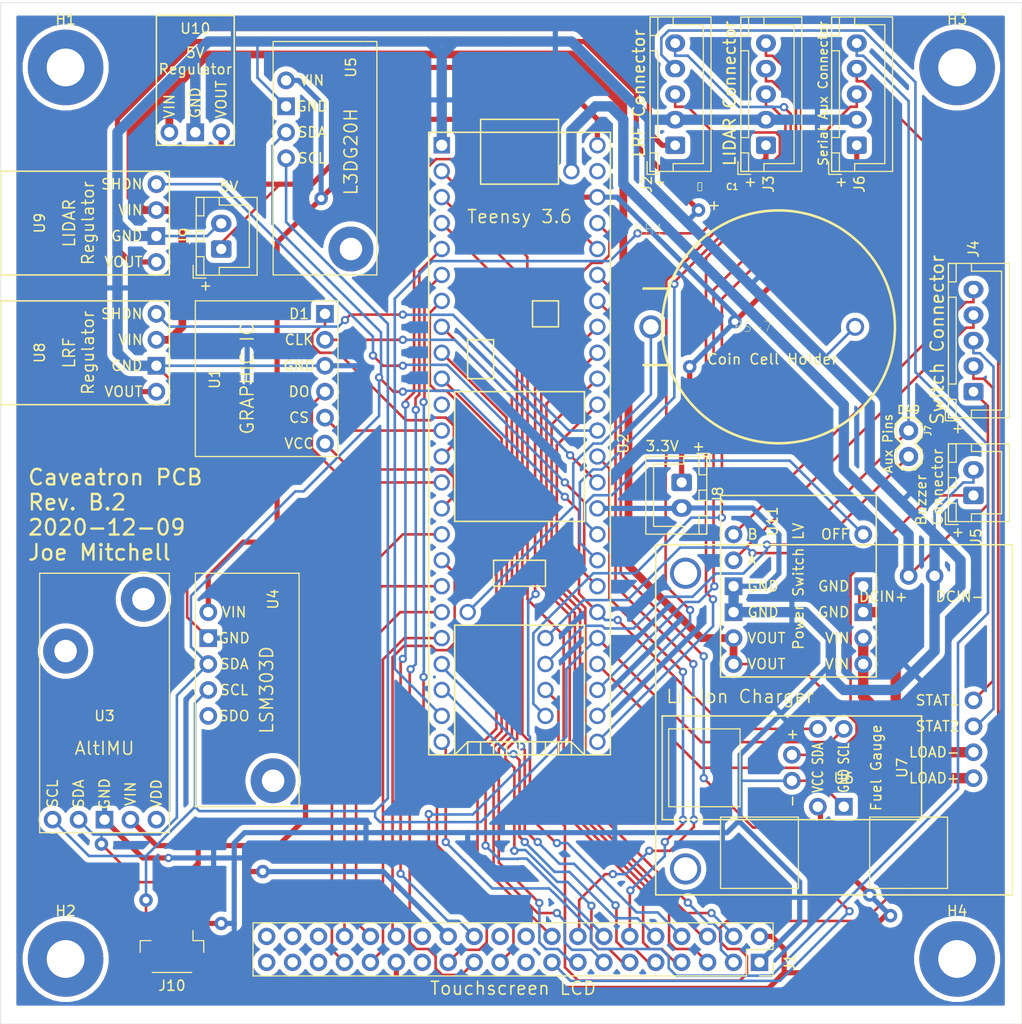
<source format=kicad_pcb>
(kicad_pcb (version 20171130) (host pcbnew "(5.1.6-0)")
  (layers (0 F.Cu signal) (31 B.Cu signal) (34 B.Paste user) (35 F.Paste user) (36 B.SilkS user) (37 F.SilkS user) (38 B.Mask user) (39 F.Mask user) (44 Edge.Cuts user))
  (net 0 "")
  (net 1 /RTC_BATT)
  (net 2 "Net-(J1-Pad19)")
  (net 3 /RS)
  (net 4 /WR)
  (net 5 /DB8)
  (net 6 /DB9)
  (net 7 /DB10)
  (net 8 /DB11)
  (net 9 /DB12)
  (net 10 /DB13)
  (net 11 /DB14)
  (net 12 /DB15)
  (net 13 /L_CS)
  (net 14 /RSET)
  (net 15 "Net-(J1-Pad20)")
  (net 16 /DB0)
  (net 17 /DB1)
  (net 18 /DB2)
  (net 19 /DB3)
  (net 20 /DB4)
  (net 21 /DB5)
  (net 22 /DB6)
  (net 23 /DB7)
  (net 24 /TCLK)
  (net 25 /T_CS)
  (net 26 /TDIN)
  (net 27 /TDOUT)
  (net 28 /TIRQ)
  (net 29 "Net-(J1-Pad35)")
  (net 30 "Net-(J1-Pad36)")
  (net 31 "Net-(J1-Pad37)")
  (net 32 "Net-(J1-Pad38)")
  (net 33 "Net-(J1-Pad39)")
  (net 34 "Net-(J1-Pad40)")
  (net 35 "Net-(J2-Pad1)")
  (net 36 /LRF_RX)
  (net 37 /LRF_TX)
  (net 38 /LRF_RST)
  (net 39 /LIDAR_RX)
  (net 40 /LIDAR_TX)
  (net 41 /LIDAR_PWM)
  (net 42 "Net-(J4-Pad5)")
  (net 43 "Net-(J4-Pad4)")
  (net 44 "Net-(J4-Pad3)")
  (net 45 "Net-(J4-Pad2)")
  (net 46 /BUZZER)
  (net 47 /D49)
  (net 48 /TX6)
  (net 49 /RX6)
  (net 50 /D50)
  (net 51 "Net-(U1-Pad1)")
  (net 52 "Net-(U1-Pad2)")
  (net 53 "Net-(U1-Pad4)")
  (net 54 "Net-(U1-Pad5)")
  (net 55 "Net-(U1-Pad6)")
  (net 56 /SCL)
  (net 57 /SDA)
  (net 58 /LIDAR_PWR)
  (net 59 /SYS_OFF)
  (net 60 /LRF_PWR)
  (net 61 "Net-(U2-Pad52)")
  (net 62 "Net-(U3-Pad5)")
  (net 63 "Net-(U4-Pad6)")
  (net 64 "Net-(U10-Pad1)")
  (net 65 "Net-(C1-Pad1)")
  (net 66 /GND)
  (net 67 /3V3)
  (net 68 "Net-(J1-Pad28)")
  (net 69 "Net-(J1-Pad27)")
  (net 70 "Net-(J1-Pad22)")
  (net 71 /V_USB)
  (net 72 /5V)
  (net 73 "Net-(U2-Pad11)")
  (net 74 /BATT-)
  (net 75 /BATT+)
  (module "Caveatron Components:2x20_P2.54mm_BuyDisplay_LCD_Socket_Header" (layer F.Cu) (at 176.53 143.51 270)
    (fp_text reference J1 (at 1.27 -2.33 90) (layer F.SilkS))
    (fp_text value Conn_02x20_Odd_Even)
    (pad 1 thru_hole rect (at 1.27 0.635 270) (size 1.7 1.7) (drill 1) (layers *.Cu *.Mask) (net 66 /GND))
    (pad 2 thru_hole oval (at -1.27 0.635 270) (size 1.7 1.7) (drill 1) (layers *.Cu *.Mask) (net 67 /3V3))
    (pad 3 thru_hole oval (at 1.27 3.175 270) (size 1.7 1.7) (drill 1) (layers *.Cu *.Mask) (net 16 /DB0))
    (pad 4 thru_hole oval (at -1.27 3.175 270) (size 1.7 1.7) (drill 1) (layers *.Cu *.Mask) (net 17 /DB1))
    (pad 5 thru_hole oval (at 1.27 5.715 270) (size 1.7 1.7) (drill 1) (layers *.Cu *.Mask) (net 18 /DB2))
    (pad 6 thru_hole oval (at -1.27 5.715 270) (size 1.7 1.7) (drill 1) (layers *.Cu *.Mask) (net 19 /DB3))
    (pad 7 thru_hole oval (at 1.27 8.255 270) (size 1.7 1.7) (drill 1) (layers *.Cu *.Mask) (net 20 /DB4))
    (pad 8 thru_hole oval (at -1.27 8.255 270) (size 1.7 1.7) (drill 1) (layers *.Cu *.Mask) (net 21 /DB5))
    (pad 9 thru_hole oval (at 1.27 10.795 270) (size 1.7 1.7) (drill 1) (layers *.Cu *.Mask) (net 22 /DB6))
    (pad 10 thru_hole oval (at -1.27 10.795 270) (size 1.7 1.7) (drill 1) (layers *.Cu *.Mask) (net 23 /DB7))
    (pad 11 thru_hole oval (at 1.27 13.335 270) (size 1.7 1.7) (drill 1) (layers *.Cu *.Mask) (net 5 /DB8))
    (pad 12 thru_hole oval (at -1.27 13.335 270) (size 1.7 1.7) (drill 1) (layers *.Cu *.Mask) (net 6 /DB9))
    (pad 13 thru_hole oval (at 1.27 15.875 270) (size 1.7 1.7) (drill 1) (layers *.Cu *.Mask) (net 7 /DB10))
    (pad 14 thru_hole oval (at -1.27 15.875 270) (size 1.7 1.7) (drill 1) (layers *.Cu *.Mask) (net 8 /DB11))
    (pad 15 thru_hole oval (at 1.27 18.415 270) (size 1.7 1.7) (drill 1) (layers *.Cu *.Mask) (net 9 /DB12))
    (pad 16 thru_hole oval (at -1.27 18.415 270) (size 1.7 1.7) (drill 1) (layers *.Cu *.Mask) (net 10 /DB13))
    (pad 17 thru_hole oval (at 1.27 20.955 270) (size 1.7 1.7) (drill 1) (layers *.Cu *.Mask) (net 11 /DB14))
    (pad 18 thru_hole oval (at -1.27 20.955 270) (size 1.7 1.7) (drill 1) (layers *.Cu *.Mask) (net 12 /DB15))
    (pad 19 thru_hole oval (at 1.27 23.495 270) (size 1.7 1.7) (drill 1) (layers *.Cu *.Mask) (net 2 "Net-(J1-Pad19)"))
    (pad 20 thru_hole oval (at -1.27 23.495 270) (size 1.7 1.7) (drill 1) (layers *.Cu *.Mask) (net 15 "Net-(J1-Pad20)"))
    (pad 21 thru_hole oval (at 1.27 26.035 270) (size 1.7 1.7) (drill 1) (layers *.Cu *.Mask) (net 14 /RSET))
    (pad 22 thru_hole oval (at -1.27 26.035 270) (size 1.7 1.7) (drill 1) (layers *.Cu *.Mask) (net 70 "Net-(J1-Pad22)"))
    (pad 23 thru_hole oval (at 1.27 28.575 270) (size 1.7 1.7) (drill 1) (layers *.Cu *.Mask) (net 13 /L_CS))
    (pad 24 thru_hole oval (at -1.27 28.575 270) (size 1.7 1.7) (drill 1) (layers *.Cu *.Mask) (net 4 /WR))
    (pad 25 thru_hole oval (at 1.27 31.115 270) (size 1.7 1.7) (drill 1) (layers *.Cu *.Mask) (net 3 /RS))
    (pad 26 thru_hole oval (at -1.27 31.115 270) (size 1.7 1.7) (drill 1) (layers *.Cu *.Mask) (net 67 /3V3))
    (pad 27 thru_hole oval (at 1.27 33.655 270) (size 1.7 1.7) (drill 1) (layers *.Cu *.Mask) (net 69 "Net-(J1-Pad27)"))
    (pad 28 thru_hole oval (at -1.27 33.655 270) (size 1.7 1.7) (drill 1) (layers *.Cu *.Mask) (net 68 "Net-(J1-Pad28)"))
    (pad 29 thru_hole oval (at 1.27 36.195 270) (size 1.7 1.7) (drill 1) (layers *.Cu *.Mask) (net 67 /3V3))
    (pad 30 thru_hole oval (at -1.27 36.195 270) (size 1.7 1.7) (drill 1) (layers *.Cu *.Mask) (net 25 /T_CS))
    (pad 31 thru_hole oval (at 1.27 38.735 270) (size 1.7 1.7) (drill 1) (layers *.Cu *.Mask) (net 28 /TIRQ))
    (pad 32 thru_hole oval (at -1.27 38.735 270) (size 1.7 1.7) (drill 1) (layers *.Cu *.Mask) (net 27 /TDOUT))
    (pad 33 thru_hole oval (at 1.27 41.275 270) (size 1.7 1.7) (drill 1) (layers *.Cu *.Mask) (net 24 /TCLK))
    (pad 34 thru_hole oval (at -1.27 41.275 270) (size 1.7 1.7) (drill 1) (layers *.Cu *.Mask) (net 26 /TDIN))
    (pad 35 thru_hole oval (at 1.27 43.815 270) (size 1.7 1.7) (drill 1) (layers *.Cu *.Mask) (net 29 "Net-(J1-Pad35)"))
    (pad 36 thru_hole oval (at -1.27 43.815 270) (size 1.7 1.7) (drill 1) (layers *.Cu *.Mask) (net 30 "Net-(J1-Pad36)"))
    (pad 37 thru_hole oval (at 1.27 46.355 270) (size 1.7 1.7) (drill 1) (layers *.Cu *.Mask) (net 31 "Net-(J1-Pad37)"))
    (pad 38 thru_hole oval (at -1.27 46.355 270) (size 1.7 1.7) (drill 1) (layers *.Cu *.Mask) (net 32 "Net-(J1-Pad38)"))
    (pad 39 thru_hole oval (at 1.27 48.895 270) (size 1.7 1.7) (drill 1) (layers *.Cu *.Mask) (net 33 "Net-(J1-Pad39)"))
    (pad 40 thru_hole oval (at -1.27 48.895 270) (size 1.7 1.7) (drill 1) (layers *.Cu *.Mask) (net 34 "Net-(J1-Pad40)"))
  )
  (module Caveatron_Components-Simplified:Teensy36-S (layer F.Cu) (at 152.4 93.98 270)
    (fp_text reference U2 (at 0 -10.16 90) (layer F.SilkS))
    (fp_text value Teensy3.6)
    (pad 17 thru_hole circle (at 11.43 7.62 270) (size 1.6 1.6) (drill 1.1) (layers *.Cu *.Mask) (net 25 /T_CS))
    (pad 18 thru_hole circle (at 13.97 7.62 270) (size 1.6 1.6) (drill 1.1) (layers *.Cu *.Mask) (net 26 /TDIN))
    (pad 19 thru_hole circle (at 16.51 7.62 270) (size 1.6 1.6) (drill 1.1) (layers *.Cu *.Mask) (net 27 /TDOUT))
    (pad 20 thru_hole circle (at 19.05 7.62 270) (size 1.6 1.6) (drill 1.1) (layers *.Cu *.Mask) (net 28 /TIRQ))
    (pad 16 thru_hole circle (at 8.89 7.62 270) (size 1.6 1.6) (drill 1.1) (layers *.Cu *.Mask) (net 24 /TCLK))
    (pad 15 thru_hole circle (at 6.35 7.62 270) (size 1.6 1.6) (drill 1.1) (layers *.Cu *.Mask) (net 55 "Net-(U1-Pad6)"))
    (pad 14 thru_hole circle (at 3.81 7.62 270) (size 1.6 1.6) (drill 1.1) (layers *.Cu *.Mask) (net 53 "Net-(U1-Pad4)"))
    (pad 21 thru_hole circle (at 21.59 7.62 270) (size 1.6 1.6) (drill 1.1) (layers *.Cu *.Mask) (net 22 /DB6))
    (pad 22 thru_hole circle (at 24.13 7.62 270) (size 1.6 1.6) (drill 1.1) (layers *.Cu *.Mask) (net 23 /DB7))
    (pad 23 thru_hole circle (at 26.67 7.62 270) (size 1.6 1.6) (drill 1.1) (layers *.Cu *.Mask) (net 36 /LRF_RX))
    (pad 24 thru_hole circle (at 29.21 7.62 270) (size 1.6 1.6) (drill 1.1) (layers *.Cu *.Mask) (net 37 /LRF_TX))
    (pad 25 thru_hole circle (at 16.51 5.08 270) (size 1.6 1.6) (drill 1.1) (layers *.Cu *.Mask) (net 1 /RTC_BATT))
    (pad 30 thru_hole circle (at 29.21 -7.62 270) (size 1.6 1.6) (drill 1.1) (layers *.Cu *.Mask) (net 40 /LIDAR_TX))
    (pad 31 thru_hole circle (at 26.67 -7.62 270) (size 1.6 1.6) (drill 1.1) (layers *.Cu *.Mask) (net 39 /LIDAR_RX))
    (pad 32 thru_hole circle (at 24.13 -7.62 270) (size 1.6 1.6) (drill 1.1) (layers *.Cu *.Mask) (net 41 /LIDAR_PWM))
    (pad 33 thru_hole circle (at 21.59 -7.62 270) (size 1.6 1.6) (drill 1.1) (layers *.Cu *.Mask) (net 46 /BUZZER))
    (pad 34 thru_hole circle (at 19.05 -7.62 270) (size 1.6 1.6) (drill 1.1) (layers *.Cu *.Mask) (net 56 /SCL))
    (pad 35 thru_hole circle (at 16.51 -7.62 270) (size 1.6 1.6) (drill 1.1) (layers *.Cu *.Mask) (net 57 /SDA))
    (pad 36 thru_hole circle (at 13.97 -7.62 270) (size 1.6 1.6) (drill 1.1) (layers *.Cu *.Mask) (net 58 /LIDAR_PWR))
    (pad 37 thru_hole circle (at 11.43 -7.62 270) (size 1.6 1.6) (drill 1.1) (layers *.Cu *.Mask) (net 38 /LRF_RST))
    (pad 13 thru_hole circle (at 1.27 7.62 270) (size 1.6 1.6) (drill 1.1) (layers *.Cu *.Mask) (net 51 "Net-(U1-Pad1)"))
    (pad 12 thru_hole circle (at -1.27 7.62 270) (size 1.6 1.6) (drill 1.1) (layers *.Cu *.Mask) (net 54 "Net-(U1-Pad5)"))
    (pad 11 thru_hole circle (at -3.81 7.62 270) (size 1.6 1.6) (drill 1.1) (layers *.Cu *.Mask) (net 73 "Net-(U2-Pad11)"))
    (pad 10 thru_hole circle (at -6.35 7.62 270) (size 1.6 1.6) (drill 1.1) (layers *.Cu *.Mask) (net 8 /DB11))
    (pad 9 thru_hole circle (at -8.89 7.62 270) (size 1.6 1.6) (drill 1.1) (layers *.Cu *.Mask) (net 7 /DB10))
    (pad 8 thru_hole circle (at -11.43 7.62 270) (size 1.6 1.6) (drill 1.1) (layers *.Cu *.Mask) (net 9 /DB12))
    (pad 7 thru_hole circle (at -13.97 7.62 270) (size 1.6 1.6) (drill 1.1) (layers *.Cu *.Mask) (net 12 /DB15))
    (pad 6 thru_hole circle (at -16.51 7.62 270) (size 1.6 1.6) (drill 1.1) (layers *.Cu *.Mask) (net 14 /RSET))
    (pad 5 thru_hole circle (at -19.05 7.62 270) (size 1.6 1.6) (drill 1.1) (layers *.Cu *.Mask) (net 13 /L_CS))
    (pad 4 thru_hole circle (at -21.59 7.62 270) (size 1.6 1.6) (drill 1.1) (layers *.Cu *.Mask) (net 5 /DB8))
    (pad 3 thru_hole circle (at -24.13 7.62 270) (size 1.6 1.6) (drill 1.1) (layers *.Cu *.Mask) (net 21 /DB5))
    (pad 2 thru_hole circle (at -26.67 7.62 270) (size 1.6 1.6) (drill 1.1) (layers *.Cu *.Mask) (net 20 /DB4))
    (pad 1 thru_hole rect (at -29.21 7.62 270) (size 1.6 1.6) (drill 1.1) (layers *.Cu *.Mask) (net 66 /GND))
    (pad 38 thru_hole circle (at 8.89 -7.62 270) (size 1.6 1.6) (drill 1.1) (layers *.Cu *.Mask) (net 59 /SYS_OFF))
    (pad 39 thru_hole circle (at 6.35 -7.62 270) (size 1.6 1.6) (drill 1.1) (layers *.Cu *.Mask) (net 66 /GND))
    (pad 40 thru_hole circle (at 3.81 -7.62 270) (size 1.6 1.6) (drill 1.1) (layers *.Cu *.Mask) (net 52 "Net-(U1-Pad2)"))
    (pad 41 thru_hole circle (at 1.27 -7.62 270) (size 1.6 1.6) (drill 1.1) (layers *.Cu *.Mask) (net 6 /DB9))
    (pad 42 thru_hole circle (at -1.27 -7.62 270) (size 1.6 1.6) (drill 1.1) (layers *.Cu *.Mask) (net 60 /LRF_PWR))
    (pad 43 thru_hole circle (at -3.81 -7.62 270) (size 1.6 1.6) (drill 1.1) (layers *.Cu *.Mask) (net 16 /DB0))
    (pad 44 thru_hole circle (at -6.35 -7.62 270) (size 1.6 1.6) (drill 1.1) (layers *.Cu *.Mask) (net 17 /DB1))
    (pad 45 thru_hole circle (at -8.89 -7.62 270) (size 1.6 1.6) (drill 1.1) (layers *.Cu *.Mask) (net 19 /DB3))
    (pad 46 thru_hole circle (at -11.43 -7.62 270) (size 1.6 1.6) (drill 1.1) (layers *.Cu *.Mask) (net 18 /DB2))
    (pad 47 thru_hole circle (at -13.97 -7.62 270) (size 1.6 1.6) (drill 1.1) (layers *.Cu *.Mask) (net 10 /DB13))
    (pad 48 thru_hole circle (at -16.51 -7.62 270) (size 1.6 1.6) (drill 1.1) (layers *.Cu *.Mask) (net 11 /DB14))
    (pad 49 thru_hole circle (at -19.05 -7.62 270) (size 1.6 1.6) (drill 1.1) (layers *.Cu *.Mask) (net 4 /WR))
    (pad 50 thru_hole circle (at -21.59 -7.62 270) (size 1.6 1.6) (drill 1.1) (layers *.Cu *.Mask) (net 3 /RS))
    (pad 51 thru_hole circle (at -24.13 -7.62 270) (size 1.6 1.6) (drill 1.1) (layers *.Cu *.Mask) (net 67 /3V3))
    (pad 52 thru_hole circle (at -26.67 -7.62 270) (size 1.6 1.6) (drill 1.1) (layers *.Cu *.Mask) (net 61 "Net-(U2-Pad52)"))
    (pad 53 thru_hole circle (at -29.21 -7.62 270) (size 1.6 1.6) (drill 1.1) (layers *.Cu *.Mask) (net 72 /5V))
    (pad 54 thru_hole circle (at -26.67 -5.08 270) (size 1.6 1.6) (drill 1.1) (layers *.Cu *.Mask) (net 71 /V_USB))
    (pad 76 thru_hole circle (at 26.67 -2.54 270) (size 1.6 1.6) (drill 1.1) (layers *.Cu *.Mask) (net 49 /RX6))
    (pad 77 thru_hole circle (at 24.13 -2.54 270) (size 1.6 1.6) (drill 1.1) (layers *.Cu *.Mask) (net 48 /TX6))
    (pad 78 thru_hole circle (at 21.59 -2.54 270) (size 1.6 1.6) (drill 1.1) (layers *.Cu *.Mask) (net 47 /D49))
    (pad 79 thru_hole circle (at 19.05 -2.54 270) (size 1.6 1.6) (drill 1.1) (layers *.Cu *.Mask) (net 50 /D50))
  )
  (module Capacitors:1206 (layer F.Cu) (at 170.05046 68.834 180)
    (fp_text reference C1 (at -3.17754 0) (layer F.SilkS) (effects (font (size 0.6096 0.6096) (thickness 0.127))))
    (fp_text value CP1 hide)
    (pad 2 smd rect (at 1.39954 0 180) (size 1.59766 1.79832) (layers F.Cu F.Paste F.Mask) (net 66 /GND))
    (pad 1 smd rect (at -1.39954 0 180) (size 1.59766 1.79832) (layers F.Cu F.Paste F.Mask) (net 65 "Net-(C1-Pad1)"))
  )
  (module "Caveatron Components:Pololu_5V_Reg" (layer F.Cu) (at 120.65 58.42)
    (fp_text reference U10 (at 0 -5.08) (layer F.SilkS))
    (fp_text value Pololu_5V_Reg)
    (fp_text user VIN (at -2.54 2.54 90) (layer F.SilkS))
    (fp_text user GND (at 0 3.81 90) (layer F.SilkS) (effects (justify left)))
    (fp_text user VOUT (at 2.54 3.81 90) (layer F.SilkS) (effects (justify left)))
    (pad 3 thru_hole circle (at 2.54 5.08) (size 1.7272 1.7272) (drill 1.016) (layers *.Cu *.Mask) (net 72 /5V))
    (pad 2 thru_hole rect (at 0 5.08) (size 1.7272 1.7272) (drill 1.016) (layers *.Cu *.Mask) (net 66 /GND))
    (pad 1 thru_hole circle (at -2.54 5.08) (size 1.7272 1.7272) (drill 1.016) (layers *.Cu *.Mask) (net 64 "Net-(U10-Pad1)"))
  )
  (module Caveatron_Components-Simplified:AltIMU-S (layer F.Cu) (at 111.76 119.38)
    (fp_text reference U3 (at 0 1.27) (layer F.SilkS))
    (fp_text value AltIMU)
    (fp_text user GND (at 0 8.89 90) (layer F.SilkS))
    (fp_text user VDD (at 5.08 8.89 90) (layer F.SilkS))
    (fp_text user VIN (at 2.54 8.89 90) (layer F.SilkS))
    (fp_text user SDA (at -2.54 8.89 90) (layer F.SilkS))
    (fp_text user SCL (at -5.08 8.89 270) (layer F.SilkS))
    (pad "" thru_hole circle (at -3.81 -5.08) (size 4.399999 4.399999) (drill 2.2) (layers *.Cu *.Mask))
    (pad "" thru_hole circle (at 3.81 -10.16) (size 4.399999 4.399999) (drill 2.2) (layers *.Cu *.Mask))
    (pad 5 thru_hole circle (at 5.08 11.43) (size 1.7272 1.7272) (drill 1.016) (layers *.Cu *.Mask) (net 62 "Net-(U3-Pad5)"))
    (pad 4 thru_hole circle (at 2.54 11.43) (size 1.7272 1.7272) (drill 1.016) (layers *.Cu *.Mask) (net 67 /3V3))
    (pad 3 thru_hole rect (at 0 11.43) (size 1.7272 1.7272) (drill 1.016) (layers *.Cu *.Mask) (net 66 /GND))
    (pad 2 thru_hole circle (at -2.54 11.43) (size 1.7272 1.7272) (drill 1.016) (layers *.Cu *.Mask) (net 57 /SDA))
    (pad 1 thru_hole circle (at -5.08 11.43) (size 1.7272 1.7272) (drill 1.016) (layers *.Cu *.Mask) (net 56 /SCL))
  )
  (module MountingHole:MountingHole_3.7mm_Pad (layer F.Cu) (at 195.25 144.45)
    (fp_text reference H4 (at 0 -4.7) (layer F.SilkS))
    (fp_text value MountingHole_3.7mm_Pad)
    (pad "" thru_hole circle (at 0 0) (size 7.4 7.4) (drill 3.7) (layers *.Cu *.Mask))
  )
  (module MountingHole:MountingHole_3.7mm_Pad (layer F.Cu) (at 195.25 57.15)
    (fp_text reference H3 (at 0 -4.7) (layer F.SilkS))
    (fp_text value MountingHole_3.7mm_Pad)
    (pad "" thru_hole circle (at 0 0) (size 7.4 7.4) (drill 3.7) (layers *.Cu *.Mask))
  )
  (module MountingHole:MountingHole_3.7mm_Pad (layer F.Cu) (at 107.95 144.45)
    (fp_text reference H2 (at 0 -4.7) (layer F.SilkS))
    (fp_text value MountingHole_3.7mm_Pad)
    (pad "" thru_hole circle (at 0 0) (size 7.4 7.4) (drill 3.7) (layers *.Cu *.Mask))
  )
  (module MountingHole:MountingHole_3.7mm_Pad (layer F.Cu) (at 107.95 57.15)
    (fp_text reference H1 (at 0 -4.7) (layer F.SilkS))
    (fp_text value MountingHole_3.7mm_Pad)
    (pad "" thru_hole circle (at 0 0) (size 7.4 7.4) (drill 3.7) (layers *.Cu *.Mask))
  )
  (module BS-7:BS-7 (layer F.Cu) (at 175.26 82.55 180)
    (fp_text reference BH1 (at 10.1706 9.53494) (layer F.SilkS) (effects (font (size 1.00104 1.00104) (thickness 0.05))))
    (fp_text value BS-7 (at 0 0) (layer F.SilkS) (effects (font (size 1 0.9) (thickness 0.05))))
    (pad POS thru_hole circle (at 10 0 180) (size 2.25 2.25) (drill 1.5) (layers *.Cu *.Mask) (net 1 /RTC_BATT))
    (pad NEG thru_hole circle (at -10 0 180) (size 1.755 1.755) (drill 1.17) (layers *.Cu *.Mask) (net 66 /GND))
  )
  (module Connector_JST:JST_XH_B5B-XH-A_1x05_P2.50mm_Vertical (layer F.Cu) (at 167.64 64.77 90)
    (fp_text reference J2 (at -3.81 -2.794 90) (layer F.SilkS))
    (fp_text value CONN_05JST)
    (pad 5 thru_hole oval (at 10 0 90) (size 1.7 1.95) (drill 0.95) (layers *.Cu *.Mask) (net 38 /LRF_RST))
    (pad 4 thru_hole oval (at 7.5 0 90) (size 1.7 1.95) (drill 0.95) (layers *.Cu *.Mask) (net 37 /LRF_TX))
    (pad 3 thru_hole oval (at 5 0 90) (size 1.7 1.95) (drill 0.95) (layers *.Cu *.Mask) (net 36 /LRF_RX))
    (pad 2 thru_hole oval (at 2.5 0 90) (size 1.7 1.95) (drill 0.95) (layers *.Cu *.Mask) (net 66 /GND))
    (pad 1 thru_hole roundrect (at 0 0 90) (size 1.7 1.95) (drill 0.95) (layers *.Cu *.Mask) (roundrect_rratio 0.147059) (net 35 "Net-(J2-Pad1)"))
  )
  (module Connector_JST:JST_XH_B5B-XH-A_1x05_P2.50mm_Vertical (layer F.Cu) (at 176.53 64.77 90)
    (fp_text reference J3 (at -3.81 0.254 90) (layer F.SilkS))
    (fp_text value CONN_05JST)
    (pad 1 thru_hole roundrect (at 0 0 90) (size 1.7 1.95) (drill 0.95) (layers *.Cu *.Mask) (roundrect_rratio 0.147059) (net 65 "Net-(C1-Pad1)"))
    (pad 2 thru_hole oval (at 2.5 0 90) (size 1.7 1.95) (drill 0.95) (layers *.Cu *.Mask) (net 66 /GND))
    (pad 3 thru_hole oval (at 5 0 90) (size 1.7 1.95) (drill 0.95) (layers *.Cu *.Mask) (net 39 /LIDAR_RX))
    (pad 4 thru_hole oval (at 7.5 0 90) (size 1.7 1.95) (drill 0.95) (layers *.Cu *.Mask) (net 40 /LIDAR_TX))
    (pad 5 thru_hole oval (at 10 0 90) (size 1.7 1.95) (drill 0.95) (layers *.Cu *.Mask) (net 41 /LIDAR_PWM))
  )
  (module Connector_JST:JST_XH_B5B-XH-A_1x05_P2.50mm_Vertical (layer F.Cu) (at 196.85 88.9 90)
    (fp_text reference J4 (at 13.97 0 90) (layer F.SilkS))
    (fp_text value CONN_05JST)
    (pad 5 thru_hole oval (at 10 0 90) (size 1.7 1.95) (drill 0.95) (layers *.Cu *.Mask) (net 42 "Net-(J4-Pad5)"))
    (pad 4 thru_hole oval (at 7.5 0 90) (size 1.7 1.95) (drill 0.95) (layers *.Cu *.Mask) (net 43 "Net-(J4-Pad4)"))
    (pad 3 thru_hole oval (at 5 0 90) (size 1.7 1.95) (drill 0.95) (layers *.Cu *.Mask) (net 44 "Net-(J4-Pad3)"))
    (pad 2 thru_hole oval (at 2.5 0 90) (size 1.7 1.95) (drill 0.95) (layers *.Cu *.Mask) (net 45 "Net-(J4-Pad2)"))
    (pad 1 thru_hole roundrect (at 0 0 90) (size 1.7 1.95) (drill 0.95) (layers *.Cu *.Mask) (roundrect_rratio 0.147059) (net 71 /V_USB))
  )
  (module Connector_JST:JST_XH_B2B-XH-A_1x02_P2.50mm_Vertical (layer F.Cu) (at 196.85 99.06 90)
    (fp_text reference J5 (at -4.064 0.254 90) (layer F.SilkS))
    (fp_text value CONN_02JST-PTH-2)
    (pad 1 thru_hole roundrect (at 0 0 90) (size 1.7 2) (drill 1) (layers *.Cu *.Mask) (roundrect_rratio 0.147059) (net 46 /BUZZER))
    (pad 2 thru_hole oval (at 2.5 0 90) (size 1.7 2) (drill 1) (layers *.Cu *.Mask) (net 66 /GND))
  )
  (module Connector_JST:JST_XH_B5B-XH-A_1x05_P2.50mm_Vertical (layer F.Cu) (at 185.42 64.77 90)
    (fp_text reference J6 (at -3.81 0.254 90) (layer F.SilkS))
    (fp_text value CONN_05JST)
    (pad 1 thru_hole roundrect (at 0 0 90) (size 1.7 1.95) (drill 0.95) (layers *.Cu *.Mask) (roundrect_rratio 0.147059) (net 67 /3V3))
    (pad 2 thru_hole oval (at 2.5 0 90) (size 1.7 1.95) (drill 0.95) (layers *.Cu *.Mask) (net 66 /GND))
    (pad 3 thru_hole oval (at 5 0 90) (size 1.7 1.95) (drill 0.95) (layers *.Cu *.Mask) (net 49 /RX6))
    (pad 4 thru_hole oval (at 7.5 0 90) (size 1.7 1.95) (drill 0.95) (layers *.Cu *.Mask) (net 48 /TX6))
    (pad 5 thru_hole oval (at 10 0 90) (size 1.7 1.95) (drill 0.95) (layers *.Cu *.Mask) (net 47 /D49))
  )
  (module Connectors:1X02 (layer F.Cu) (at 190.5 92.71 270)
    (fp_text reference J7 (at 0 -1.905 90) (layer F.SilkS) (effects (font (size 0.6096 0.6096) (thickness 0.127))))
    (fp_text value Conn_01x02_Female hide)
    (pad 1 thru_hole circle (at 0 0 270) (size 1.8796 1.8796) (drill 1.016) (layers *.Cu *.Mask) (net 47 /D49))
    (pad 2 thru_hole circle (at 2.54 0 270) (size 1.8796 1.8796) (drill 1.016) (layers *.Cu *.Mask) (net 50 /D50))
  )
  (module Connector_JST:JST_XH_B2B-XH-A_1x02_P2.50mm_Vertical (layer F.Cu) (at 168.275 97.79 270)
    (fp_text reference J8 (at 1.25 -3.55 90) (layer F.SilkS))
    (fp_text value CONN_02JST-PTH-2)
    (pad 1 thru_hole roundrect (at 0 0 270) (size 1.7 2) (drill 1) (layers *.Cu *.Mask) (roundrect_rratio 0.147059) (net 67 /3V3))
    (pad 2 thru_hole oval (at 2.5 0 270) (size 1.7 2) (drill 1) (layers *.Cu *.Mask) (net 66 /GND))
  )
  (module Connector_JST:JST_XH_B2B-XH-A_1x02_P2.50mm_Vertical (layer F.Cu) (at 123.19 74.93 90)
    (fp_text reference J9 (at 1.25 -3.55 90) (layer F.SilkS))
    (fp_text value CONN_02JST-PTH-2)
    (pad 2 thru_hole oval (at 2.5 0 90) (size 1.7 2) (drill 1) (layers *.Cu *.Mask) (net 66 /GND))
    (pad 1 thru_hole roundrect (at 0 0 90) (size 1.7 2) (drill 1) (layers *.Cu *.Mask) (roundrect_rratio 0.147059) (net 72 /5V))
  )
  (module "Caveatron Components:FONT_IC" (layer F.Cu) (at 127 87.63)
    (fp_text reference U1 (at -4.445 0 90) (layer F.SilkS))
    (fp_text value FONT_IC)
    (fp_text user D1 (at 3.81 -6.35) (layer F.SilkS))
    (fp_text user CLK (at 3.81 -3.81) (layer F.SilkS))
    (fp_text user GND (at 3.81 -1.27) (layer F.SilkS))
    (fp_text user DO (at 3.81 1.27) (layer F.SilkS))
    (fp_text user CS (at 3.81 3.81) (layer F.SilkS))
    (fp_text user VCC (at 3.81 6.35) (layer F.SilkS))
    (pad 1 thru_hole rect (at 6.35 -6.35) (size 1.7272 1.7272) (drill 1.016) (layers *.Cu *.Mask) (net 51 "Net-(U1-Pad1)"))
    (pad 2 thru_hole circle (at 6.35 -3.81) (size 1.7272 1.7272) (drill 1.016) (layers *.Cu *.Mask) (net 52 "Net-(U1-Pad2)"))
    (pad 3 thru_hole circle (at 6.35 -1.27) (size 1.7272 1.7272) (drill 1.016) (layers *.Cu *.Mask) (net 66 /GND))
    (pad 4 thru_hole circle (at 6.35 1.27) (size 1.7272 1.7272) (drill 1.016) (layers *.Cu *.Mask) (net 53 "Net-(U1-Pad4)"))
    (pad 5 thru_hole circle (at 6.35 3.81) (size 1.7272 1.7272) (drill 1.016) (layers *.Cu *.Mask) (net 54 "Net-(U1-Pad5)"))
    (pad 6 thru_hole circle (at 6.35 6.35) (size 1.7272 1.7272) (drill 1.016) (layers *.Cu *.Mask) (net 55 "Net-(U1-Pad6)"))
  )
  (module Caveatron_Components-Simplified:LSM303D-S (layer F.Cu) (at 125.73 118.11)
    (fp_text reference U4 (at 2.54 -8.89 90) (layer F.SilkS))
    (fp_text value LSM303D)
    (fp_text user VIN (at -1.27 -7.62) (layer F.SilkS))
    (fp_text user GND (at -1.27 -5.08) (layer F.SilkS))
    (fp_text user SDA (at -1.27 -2.54) (layer F.SilkS))
    (fp_text user SCL (at -1.27 0) (layer F.SilkS))
    (fp_text user SDO (at -1.27 2.54) (layer F.SilkS))
    (pad 2 thru_hole circle (at -3.81 -7.62) (size 1.7272 1.7272) (drill 1.016) (layers *.Cu *.Mask) (net 67 /3V3))
    (pad 3 thru_hole rect (at -3.81 -5.08) (size 1.7272 1.7272) (drill 1.016) (layers *.Cu *.Mask) (net 66 /GND))
    (pad 4 thru_hole circle (at -3.81 -2.54) (size 1.7272 1.7272) (drill 1.016) (layers *.Cu *.Mask) (net 57 /SDA))
    (pad 5 thru_hole circle (at -3.81 0) (size 1.7272 1.7272) (drill 1.016) (layers *.Cu *.Mask) (net 56 /SCL))
    (pad 6 thru_hole circle (at -3.81 2.54) (size 1.7272 1.7272) (drill 1.016) (layers *.Cu *.Mask) (net 63 "Net-(U4-Pad6)"))
    (pad "" thru_hole circle (at 2.54 8.89) (size 4.4 4.4) (drill 2.2) (layers *.Cu *.Mask))
  )
  (module Caveatron_Components-Simplified:L3GD20H-S (layer F.Cu) (at 133.35 66.04)
    (fp_text reference U5 (at 2.54 -8.89 90) (layer F.SilkS))
    (fp_text value L3GD20H)
    (fp_text user VIN (at -1.27 -7.62) (layer F.SilkS))
    (fp_text user GND (at -1.27 -5.08) (layer F.SilkS))
    (fp_text user SDA (at -1.27 -2.54) (layer F.SilkS))
    (fp_text user SCL (at -1.27 0) (layer F.SilkS))
    (pad 2 thru_hole circle (at -3.81 -7.62) (size 1.7272 1.7272) (drill 1.016) (layers *.Cu *.Mask) (net 67 /3V3))
    (pad 3 thru_hole rect (at -3.81 -5.08) (size 1.7272 1.7272) (drill 1.016) (layers *.Cu *.Mask) (net 66 /GND))
    (pad 4 thru_hole circle (at -3.81 -2.54) (size 1.7272 1.7272) (drill 1.016) (layers *.Cu *.Mask) (net 57 /SDA))
    (pad 5 thru_hole circle (at -3.81 0) (size 1.7272 1.7272) (drill 1.016) (layers *.Cu *.Mask) (net 56 /SCL))
    (pad "" thru_hole circle (at 2.54 8.89) (size 4.4 4.4) (drill 2.2) (layers *.Cu *.Mask))
  )
  (module Caveatron_Components-Simplified:Fuel_Gauge-S (layer F.Cu) (at 176.53 125.73 90)
    (fp_text reference U7 (at 0 13.335 90) (layer F.SilkS))
    (fp_text value Fuel_Gauge)
    (fp_text user VCC (at -2.54 5.08 90) (layer F.SilkS) (effects (font (size 1 0.762)) (justify left)))
    (fp_text user GND (at -2.54 7.62 90) (layer F.SilkS) (effects (font (size 1 0.762)) (justify left)))
    (fp_text user SDA (at 2.54 5.08 90) (layer F.SilkS) (effects (font (size 1 0.762)) (justify right)))
    (fp_text user SCL (at 2.54 7.62 90) (layer F.SilkS) (effects (font (size 1 0.762)) (justify right)))
    (fp_text user + (at 2.54 2.54 90) (layer F.SilkS) (effects (justify left)))
    (fp_text user - (at -2.54 2.54 90) (layer F.SilkS) (effects (justify right)))
    (pad 1 thru_hole circle (at 1.27 2.54 90) (size 1.7272 1.7272) (drill 1.016) (layers *.Cu *.Mask) (net 64 "Net-(U10-Pad1)"))
    (pad 2 thru_hole circle (at -1.27 2.54 90) (size 1.7272 1.7272) (drill 1.016) (layers *.Cu *.Mask) (net 66 /GND))
    (pad 3 thru_hole circle (at -3.81 5.08 90) (size 1.7272 1.7272) (drill 1.016) (layers *.Cu *.Mask) (net 67 /3V3))
    (pad 4 thru_hole rect (at -3.81 7.62 90) (size 1.7272 1.7272) (drill 1.016) (layers *.Cu *.Mask) (net 66 /GND))
    (pad 6 thru_hole circle (at 3.81 5.08 90) (size 1.7272 1.7272) (drill 1.016) (layers *.Cu *.Mask) (net 57 /SDA))
    (pad 7 thru_hole circle (at 3.81 7.62 90) (size 1.7272 1.7272) (drill 1.016) (layers *.Cu *.Mask) (net 56 /SCL))
  )
  (module "Caveatron Components:Pololu_Adj_Reg" (layer F.Cu) (at 109.22 85.09 90)
    (fp_text reference U8 (at 0 -3.81 90) (layer F.SilkS))
    (fp_text value Pololu_Adj_Reg)
    (fp_text user SHDN (at 3.81 6.35) (layer F.SilkS) (effects (justify right)))
    (fp_text user VIN (at 1.27 5.08) (layer F.SilkS))
    (fp_text user GND (at -1.27 6.35) (layer F.SilkS) (effects (justify right)))
    (fp_text user VOUT (at -3.81 6.35) (layer F.SilkS) (effects (justify right)))
    (pad 4 thru_hole circle (at 3.81 7.62 90) (size 1.7272 1.7272) (drill 1.016) (layers *.Cu *.Mask) (net 60 /LRF_PWR))
    (pad 3 thru_hole circle (at 1.27 7.62 90) (size 1.7272 1.7272) (drill 1.016) (layers *.Cu *.Mask) (net 64 "Net-(U10-Pad1)"))
    (pad 2 thru_hole rect (at -1.27 7.62 90) (size 1.7272 1.7272) (drill 1.016) (layers *.Cu *.Mask) (net 66 /GND))
    (pad 1 thru_hole circle (at -3.81 7.62 90) (size 1.7272 1.7272) (drill 1.016) (layers *.Cu *.Mask) (net 35 "Net-(J2-Pad1)"))
  )
  (module "Caveatron Components:Pololu_Adj_Reg" (layer F.Cu) (at 109.22 72.39 90)
    (fp_text reference U9 (at 0 -3.81 90) (layer F.SilkS))
    (fp_text value Pololu_Adj_Reg)
    (fp_text user VOUT (at -3.81 6.35) (layer F.SilkS) (effects (justify right)))
    (fp_text user GND (at -1.27 6.35) (layer F.SilkS) (effects (justify right)))
    (fp_text user VIN (at 1.27 5.08) (layer F.SilkS))
    (fp_text user SHDN (at 3.81 6.35) (layer F.SilkS) (effects (justify right)))
    (pad 1 thru_hole circle (at -3.81 7.62 90) (size 1.7272 1.7272) (drill 1.016) (layers *.Cu *.Mask) (net 65 "Net-(C1-Pad1)"))
    (pad 2 thru_hole rect (at -1.27 7.62 90) (size 1.7272 1.7272) (drill 1.016) (layers *.Cu *.Mask) (net 66 /GND))
    (pad 3 thru_hole circle (at 1.27 7.62 90) (size 1.7272 1.7272) (drill 1.016) (layers *.Cu *.Mask) (net 64 "Net-(U10-Pad1)"))
    (pad 4 thru_hole circle (at 3.81 7.62 90) (size 1.7272 1.7272) (drill 1.016) (layers *.Cu *.Mask) (net 58 /LIDAR_PWR))
  )
  (module Caveatron_Components-Simplified:Pololu_Pwr_Switch-S (layer F.Cu) (at 179.705 107.95 180)
    (fp_text reference U11 (at 2.54 6.35 90) (layer F.SilkS))
    (fp_text value Power_Switch)
    (fp_text user VIN (at -5.08 -7.62) (layer F.SilkS) (effects (justify right)))
    (fp_text user VIN (at -3.81 -5.08) (layer F.SilkS))
    (fp_text user GND (at -5.08 -2.54) (layer F.SilkS) (effects (justify right)))
    (fp_text user GND (at -5.08 0) (layer F.SilkS) (effects (justify right)))
    (fp_text user OFF (at -5.08 5.08) (layer F.SilkS) (effects (justify right)))
    (fp_text user VOUT (at 5.08 -7.62) (layer F.SilkS) (effects (justify left)))
    (fp_text user VOUT (at 5.08 -5.08) (layer F.SilkS) (effects (justify left)))
    (fp_text user GND (at 5.08 -2.54) (layer F.SilkS) (effects (justify left)))
    (fp_text user GND (at 5.08 0) (layer F.SilkS) (effects (justify left)))
    (fp_text user A (at 5.08 2.54) (layer F.SilkS) (effects (justify left)))
    (fp_text user B (at 5.08 5.08) (layer F.SilkS) (effects (justify left)))
    (pad 1 thru_hole circle (at -6.35 -7.62 180) (size 1.7272 1.7272) (drill 1.016) (layers *.Cu *.Mask) (net 75 /BATT+))
    (pad 2 thru_hole circle (at 6.35 -7.62 180) (size 1.7272 1.7272) (drill 1.016) (layers *.Cu *.Mask) (net 64 "Net-(U10-Pad1)"))
    (pad 3 thru_hole circle (at -6.35 -5.08 180) (size 1.7272 1.7272) (drill 1.016) (layers *.Cu *.Mask) (net 75 /BATT+))
    (pad 4 thru_hole circle (at 6.35 -5.08 180) (size 1.7272 1.7272) (drill 1.016) (layers *.Cu *.Mask) (net 64 "Net-(U10-Pad1)"))
    (pad 5 thru_hole rect (at -6.35 -2.54 180) (size 1.7272 1.7272) (drill 1.016) (layers *.Cu *.Mask) (net 74 /BATT-))
    (pad 6 thru_hole rect (at 6.35 -2.54 180) (size 1.7272 1.7272) (drill 1.016) (layers *.Cu *.Mask) (net 66 /GND))
    (pad 7 thru_hole rect (at -6.35 0 180) (size 1.7272 1.7272) (drill 1.016) (layers *.Cu *.Mask) (net 74 /BATT-))
    (pad 8 thru_hole rect (at 6.35 0 180) (size 1.7272 1.7272) (drill 1.016) (layers *.Cu *.Mask) (net 66 /GND))
    (pad 10 thru_hole circle (at 6.35 2.54 180) (size 1.7272 1.7272) (drill 1.016) (layers *.Cu *.Mask) (net 43 "Net-(J4-Pad4)"))
    (pad 11 thru_hole circle (at -6.35 5.08 180) (size 1.7272 1.7272) (drill 1.016) (layers *.Cu *.Mask) (net 59 /SYS_OFF))
    (pad 12 thru_hole circle (at 6.35 5.08 180) (size 1.7272 1.7272) (drill 1.016) (layers *.Cu *.Mask) (net 42 "Net-(J4-Pad5)"))
  )
  (module Connector_JST:JST_SH_BM04B-SRSS-TB_1x04-1MP_P1.00mm_Vertical (layer F.Cu) (at 118.364 143.764 180)
    (fp_text reference J10 (at 0 -3.3) (layer F.SilkS))
    (fp_text value "QWIIC_CONNECTOR (VERTICAL)")
    (pad 1 smd roundrect (at -1.5 1.325 180) (size 0.6 1.55) (layers F.Cu F.Paste F.Mask) (net 66 /GND))
    (pad 2 smd roundrect (at -0.5 1.325 180) (size 0.6 1.55) (layers F.Cu F.Paste F.Mask) (net 67 /3V3))
    (pad 3 smd roundrect (at 0.5 1.325 180) (size 0.6 1.55) (layers F.Cu F.Paste F.Mask) (net 57 /SDA))
    (pad 4 smd roundrect (at 1.5 1.325 180) (size 0.6 1.55) (layers F.Cu F.Paste F.Mask) (net 56 /SCL))
    (pad MP smd roundrect (at -2.8 -1.2 180) (size 1.2 1.8) (layers F.Cu F.Paste F.Mask) (roundrect_rratio 0.208333))
    (pad MP smd roundrect (at 2.8 -1.2 180) (size 1.2 1.8) (layers F.Cu F.Paste F.Mask) (roundrect_rratio 0.208333))
  )
  (module Caveatron_Components-Simplified:Adafruit_Li-Ion_Charger-S (layer F.Cu) (at 184.15 120.396)
    (fp_text reference U6 (at 0 6.35) (layer F.SilkS))
    (fp_text value Batt_Charger)
    (fp_text user LOAD+ (at 11.43 6.35) (layer F.SilkS) (effects (justify right)))
    (fp_text user LOAD- (at 11.43 3.81) (layer F.SilkS) (effects (justify right)))
    (fp_text user STAT2 (at 11.43 1.27) (layer F.SilkS) (effects (justify right)))
    (fp_text user STAT1 (at 11.43 -1.27) (layer F.SilkS) (effects (justify right)))
    (fp_text user DCIN+ (at 6.35 -11.43) (layer F.SilkS) (effects (justify right)))
    (fp_text user DCIN- (at 8.89 -11.43) (layer F.SilkS) (effects (justify left)))
    (pad 1 thru_hole circle (at 6.35 -13.462) (size 1.7272 1.7272) (drill 1.016) (layers *.Cu *.Mask) (net 71 /V_USB))
    (pad 2 thru_hole circle (at 8.89 -13.462) (size 1.7272 1.7272) (drill 1.016) (layers *.Cu *.Mask) (net 66 /GND))
    (pad 6 thru_hole circle (at 12.7 -1.27) (size 1.7272 1.7272) (drill 1.016) (layers *.Cu *.Mask) (net 45 "Net-(J4-Pad2)"))
    (pad 5 thru_hole circle (at 12.7 1.27) (size 1.7272 1.7272) (drill 1.016) (layers *.Cu *.Mask) (net 44 "Net-(J4-Pad3)"))
    (pad 4 thru_hole circle (at 12.7 3.81) (size 1.7272 1.7272) (drill 1.016) (layers *.Cu *.Mask) (net 74 /BATT-))
    (pad 3 thru_hole circle (at 12.7 6.35) (size 1.7272 1.7272) (drill 1.016) (layers *.Cu *.Mask) (net 75 /BATT+))
    (pad "" thru_hole circle (at -15.494 15.24) (size 3.048 3.048) (drill 2.286) (layers *.Cu *.Mask))
    (pad "" thru_hole circle (at -15.494 -13.716) (size 3.048 3.048) (drill 2.286) (layers *.Cu *.Mask))
  )
  (gr_text + (at 171.45 70.612) (layer F.SilkS) (effects (font (size 1 1))))
  (gr_text D49 (at 190.5 90.678) (layer F.SilkS) (effects (font (size 0.762 0.762))))
  (gr_text + (at 121.666 78.486) (layer F.SilkS) (effects (font (size 1 1))))
  (gr_text + (at 195.326 92.456) (layer F.SilkS) (effects (font (size 1 1))))
  (gr_text + (at 195.326 102.616) (layer F.SilkS) (effects (font (size 1 1))))
  (gr_text + (at 169.926 94.234) (layer F.SilkS) (effects (font (size 1 1))))
  (gr_text + (at 183.896 68.326) (layer F.SilkS) (effects (font (size 1 1))))
  (gr_text + (at 175.006 68.326) (layer F.SilkS) (effects (font (size 1 1))))
  (gr_text + (at 166.116 68.326) (layer F.SilkS) (effects (font (size 1 1))))
  (gr_text "GRAPHIC IC" (at 125.73 87.63 90) (layer F.SilkS) (effects (font (size 1.27 1.27))))
  (gr_text "Teensy 3.6" (at 152.4 71.755) (layer F.SilkS) (effects (font (size 1.27 1.27))))
  (gr_text "5V\nRegulator" (at 120.65 56.515) (layer F.SilkS) (effects (font (size 1 1))))
  (gr_text "LRF\nRegulator" (at 109.22 85.09 90) (layer F.SilkS) (effects (font (size 1.143 1.143))))
  (gr_text "LIDAR\nRegulator\n" (at 109.22 72.39 90) (layer F.SilkS) (effects (font (size 1.143 1.143))))
  (gr_text L3DG20H (at 135.89 65.405 90) (layer F.SilkS) (effects (font (size 1.27 1.27))))
  (gr_text "Aux Pins" (at 188.468 93.98 90) (layer F.SilkS) (effects (font (size 0.889 0.889))))
  (gr_text 5V (at 123.952 68.834) (layer F.SilkS) (effects (font (size 1 1))))
  (gr_text 3.3V (at 166.37 94.234) (layer F.SilkS) (effects (font (size 1 1))))
  (gr_text "Buzzer\nConnector" (at 192.532 102.108 90) (layer F.SilkS) (effects (font (size 1 1)) (justify left)))
  (gr_text "Switch Connector" (at 193.294 83.82 90) (layer F.SilkS) (effects (font (size 1.27 1.27) (thickness 0.1778))))
  (gr_text "Serial Aux Connector" (at 182.118 59.69 90) (layer F.SilkS) (effects (font (size 0.889 0.889))))
  (gr_text "LIDAR Connector" (at 172.974 59.69 90) (layer F.SilkS) (effects (font (size 1.143 1.143) (thickness 0.1778))))
  (gr_text "LRF Connector" (at 164.084 59.69 90) (layer F.SilkS) (effects (font (size 1.143 1.143) (thickness 0.1778))))
  (gr_text "Coin Cell Holder" (at 177.165 85.725) (layer F.SilkS) (effects (font (size 1.016 1.016))))
  (gr_text "Power Switch LV" (at 179.705 107.95 90) (layer F.SilkS) (effects (font (size 1 1))))
  (gr_text "Fuel Gauge" (at 187.325 125.73 90) (layer F.SilkS) (effects (font (size 1 1))))
  (gr_text "Li-Ion Charger" (at 173.99 118.745) (layer F.SilkS) (effects (font (size 1.27 1.27))))
  (gr_text "Touchscreen LCD" (at 151.765 147.32) (layer F.SilkS) (effects (font (size 1.27 1.27))))
  (gr_text LSM303D (at 127.635 118.11 90) (layer F.SilkS) (effects (font (size 1.27 1.27))))
  (gr_text AltIMU (at 111.76 123.825) (layer F.SilkS) (effects (font (size 1.27 1.27))))
  (gr_text "Caveatron PCB\nRev. B.2\n2020-12-09\nJoe Mitchell" (at 104.14 100.965) (layer F.SilkS) (effects (font (size 1.524 1.524) (thickness 0.2286)) (justify left)))
  (gr_line (start 101.6 150.8) (end 201.6 150.8) (layer Edge.Cuts) (width 0.05))
  (gr_line (start 201.6 50.8) (end 201.6 150.8) (layer Edge.Cuts) (width 0.05))
  (gr_line (start 101.6 50.8) (end 201.6 50.8) (layer Edge.Cuts) (width 0.05))
  (gr_line (start 101.6 50.8) (end 101.6 150.8) (layer Edge.Cuts) (width 0.05))
  (segment (start 153.0161 104.808) (end 156.345 101.4791) (width 0.254) (layer B.Cu) (net 1))
  (segment (start 159.6194 93.98) (end 160.4607 93.98) (width 0.254) (layer B.Cu) (net 1))
  (segment (start 160.4607 93.98) (end 165.26 89.1807) (width 0.254) (layer B.Cu) (net 1))
  (segment (start 165.26 89.1807) (end 165.26 82.55) (width 0.254) (layer B.Cu) (net 1))
  (segment (start 153.002 104.808) (end 147.32 110.49) (width 0.254) (layer B.Cu) (net 1))
  (segment (start 153.0161 104.808) (end 153.002 104.808) (width 0.254) (layer B.Cu) (net 1))
  (segment (start 156.345 101.4791) (end 156.345 101.465) (width 0.254) (layer B.Cu) (net 1))
  (segment (start 157.6607 100.1493) (end 157.6607 95.9387) (width 0.254) (layer B.Cu) (net 1))
  (segment (start 156.345 101.465) (end 157.6607 100.1493) (width 0.254) (layer B.Cu) (net 1))
  (segment (start 157.6607 95.9387) (end 159.6194 93.98) (width 0.254) (layer B.Cu) (net 1))
  (segment (start 161.201001 75.526999) (end 160.439001 76.288999) (width 0.254) (layer F.Cu) (net 3))
  (segment (start 160.439001 76.288999) (end 159.453119 76.288999) (width 0.254) (layer F.Cu) (net 3))
  (segment (start 160.02 72.39) (end 161.201001 73.571001) (width 0.254) (layer F.Cu) (net 3))
  (segment (start 159.453119 76.288999) (end 153.924 81.818118) (width 0.254) (layer F.Cu) (net 3))
  (segment (start 161.201001 73.571001) (end 161.201001 75.526999) (width 0.254) (layer F.Cu) (net 3))
  (segment (start 153.924 81.818118) (end 153.924 105.664) (width 0.254) (layer F.Cu) (net 3))
  (segment (start 153.924 105.664) (end 153.924 106.426) (width 0.254) (layer F.Cu) (net 3))
  (via (at 153.971243 108.712) (size 0.8128) (drill 0.4064) (layers F.Cu B.Cu) (net 3))
  (segment (start 153.924 106.426) (end 153.924 108.664757) (width 0.254) (layer F.Cu) (net 3))
  (segment (start 153.924 108.664757) (end 153.971243 108.712) (width 0.254) (layer F.Cu) (net 3))
  (segment (start 153.24339 109.439853) (end 153.24339 122.50939) (width 0.254) (layer B.Cu) (net 3))
  (segment (start 153.971243 108.712) (end 153.24339 109.439853) (width 0.254) (layer B.Cu) (net 3))
  (segment (start 153.24339 122.50939) (end 153.416 122.682) (width 0.254) (layer B.Cu) (net 3))
  (segment (start 153.416 122.682) (end 153.416 124.714) (width 0.254) (layer B.Cu) (net 3))
  (via (at 143.51 130.2609) (size 0.8128) (drill 0.4064) (layers F.Cu B.Cu) (net 3))
  (segment (start 143.5511 130.302) (end 143.51 130.2609) (width 0.254) (layer B.Cu) (net 3))
  (segment (start 147.828 130.302) (end 143.5511 130.302) (width 0.254) (layer B.Cu) (net 3))
  (segment (start 153.416 124.714) (end 147.828 130.302) (width 0.254) (layer B.Cu) (net 3))
  (segment (start 148.467883 143.548999) (end 146.646001 143.548999) (width 0.254) (layer F.Cu) (net 3))
  (segment (start 149.186001 142.830881) (end 148.467883 143.548999) (width 0.254) (layer F.Cu) (net 3))
  (segment (start 149.186001 138.901889) (end 149.186001 142.830881) (width 0.254) (layer F.Cu) (net 3))
  (segment (start 146.646001 143.548999) (end 145.415 144.78) (width 0.254) (layer F.Cu) (net 3))
  (segment (start 143.51 133.225888) (end 149.186001 138.901889) (width 0.254) (layer F.Cu) (net 3))
  (segment (start 143.51 130.2609) (end 143.51 133.225888) (width 0.254) (layer F.Cu) (net 3))
  (via (at 141.224 90.17) (size 0.8128) (drill 0.4064) (layers F.Cu B.Cu) (net 4))
  (segment (start 141.224 89.810212) (end 141.224 90.17) (width 0.254) (layer F.Cu) (net 4))
  (segment (start 151.218999 66.128999) (end 144.213119 66.128999) (width 0.254) (layer F.Cu) (net 4))
  (segment (start 142.07497 88.959242) (end 141.224 89.810212) (width 0.254) (layer F.Cu) (net 4))
  (segment (start 160.02 74.93) (end 151.218999 66.128999) (width 0.254) (layer F.Cu) (net 4))
  (segment (start 144.213119 66.128999) (end 142.07497 68.267148) (width 0.254) (layer F.Cu) (net 4))
  (segment (start 142.07497 68.267148) (end 142.07497 88.959242) (width 0.254) (layer F.Cu) (net 4))
  (via (at 140.97 115.062) (size 0.8128) (drill 0.4064) (layers F.Cu B.Cu) (net 4))
  (via (at 140.753882 136.106118) (size 0.8128) (drill 0.4064) (layers F.Cu B.Cu) (net 4))
  (segment (start 140.97 115.062) (end 140.753882 115.278118) (width 0.254) (layer F.Cu) (net 4))
  (segment (start 140.753882 115.278118) (end 140.753882 136.106118) (width 0.254) (layer F.Cu) (net 4))
  (segment (start 140.753882 136.106118) (end 145.363764 140.716) (width 0.254) (layer B.Cu) (net 4))
  (segment (start 146.431 140.716) (end 147.955 142.24) (width 0.254) (layer B.Cu) (net 4))
  (segment (start 145.363764 140.716) (end 146.431 140.716) (width 0.254) (layer B.Cu) (net 4))
  (segment (start 141.224 114.808) (end 140.97 115.062) (width 0.254) (layer B.Cu) (net 4))
  (segment (start 141.224 90.17) (end 141.224 114.808) (width 0.254) (layer B.Cu) (net 4))
  (segment (start 162.476882 144.78) (end 161.167883 143.471001) (width 0.254) (layer F.Cu) (net 5))
  (segment (start 163.195 144.78) (end 162.476882 144.78) (width 0.254) (layer F.Cu) (net 5))
  (segment (start 161.167883 143.471001) (end 160.064119 143.471001) (width 0.254) (layer F.Cu) (net 5))
  (segment (start 160.064119 143.471001) (end 159.423999 142.830881) (width 0.254) (layer F.Cu) (net 5))
  (via (at 151.89197 133.85797) (size 0.8128) (drill 0.4064) (layers F.Cu B.Cu) (net 5))
  (segment (start 151.02108 124.85908) (end 151.89197 125.72997) (width 0.254) (layer F.Cu) (net 5))
  (segment (start 151.02108 124.008614) (end 151.02108 124.85908) (width 0.254) (layer F.Cu) (net 5))
  (segment (start 152.167823 122.861871) (end 151.02108 124.008614) (width 0.254) (layer F.Cu) (net 5))
  (segment (start 152.146 92.840698) (end 152.167823 92.862521) (width 0.254) (layer F.Cu) (net 5))
  (segment (start 152.167823 92.862521) (end 152.167823 122.861871) (width 0.254) (layer F.Cu) (net 5))
  (segment (start 152.146 79.756) (end 152.146 92.840698) (width 0.254) (layer F.Cu) (net 5))
  (segment (start 151.89197 125.72997) (end 151.89197 133.85797) (width 0.254) (layer F.Cu) (net 5))
  (segment (start 144.78 72.39) (end 152.146 79.756) (width 0.254) (layer F.Cu) (net 5))
  (via (at 159.4358 139.2428) (size 0.8128) (drill 0.4064) (layers F.Cu B.Cu) (net 5))
  (segment (start 159.423999 141.649119) (end 159.423999 142.830881) (width 0.254) (layer F.Cu) (net 5))
  (segment (start 159.4358 141.637318) (end 159.423999 141.649119) (width 0.254) (layer F.Cu) (net 5))
  (segment (start 159.4358 139.2428) (end 159.4358 141.637318) (width 0.254) (layer F.Cu) (net 5))
  (segment (start 152.976967 133.781801) (end 151.561801 133.781801) (width 0.254) (layer B.Cu) (net 5))
  (segment (start 157.099001 136.906001) (end 156.101166 136.906) (width 0.254) (layer B.Cu) (net 5))
  (segment (start 156.101166 136.906) (end 152.976967 133.781801) (width 0.254) (layer B.Cu) (net 5))
  (segment (start 159.4358 139.2428) (end 157.099001 136.906001) (width 0.254) (layer B.Cu) (net 5))
  (segment (start 161.201001 96.431001) (end 161.201001 109.131001) (width 0.254) (layer F.Cu) (net 6))
  (segment (start 160.02 95.25) (end 161.201001 96.431001) (width 0.254) (layer F.Cu) (net 6))
  (segment (start 161.201001 109.131001) (end 168.402 116.332) (width 0.254) (layer F.Cu) (net 6))
  (via (at 168.402 116.332) (size 0.8128) (drill 0.4064) (layers F.Cu B.Cu) (net 6))
  (via (at 168.402 130.81) (size 0.8128) (drill 0.4064) (layers F.Cu B.Cu) (net 6))
  (segment (start 168.402 116.332) (end 168.402 130.81) (width 0.254) (layer B.Cu) (net 6))
  (via (at 163.251196 137.738804) (size 0.8128) (drill 0.4064) (layers F.Cu B.Cu) (net 6))
  (segment (start 163.195 142.24) (end 163.195 137.795) (width 0.254) (layer F.Cu) (net 6))
  (segment (start 163.195 137.795) (end 163.251196 137.738804) (width 0.254) (layer F.Cu) (net 6))
  (via (at 166.624 132.9944) (size 0.8128) (drill 0.4064) (layers F.Cu B.Cu) (net 6))
  (segment (start 163.251196 137.738804) (end 166.624 134.366) (width 0.254) (layer B.Cu) (net 6))
  (segment (start 166.624 134.366) (end 166.624 132.9944) (width 0.254) (layer B.Cu) (net 6))
  (segment (start 168.402 131.2164) (end 168.402 130.81) (width 0.254) (layer F.Cu) (net 6))
  (segment (start 166.624 132.9944) (end 168.402 131.2164) (width 0.254) (layer F.Cu) (net 6))
  (via (at 156.0576 139.954) (size 0.8128) (drill 0.4064) (layers F.Cu B.Cu) (net 7))
  (segment (start 159.423999 143.548999) (end 160.655 144.78) (width 0.254) (layer B.Cu) (net 7))
  (segment (start 156.806001 142.830881) (end 157.524119 143.548999) (width 0.254) (layer B.Cu) (net 7))
  (segment (start 157.524119 143.548999) (end 159.423999 143.548999) (width 0.254) (layer B.Cu) (net 7))
  (segment (start 156.0576 139.954) (end 156.806001 140.702401) (width 0.254) (layer B.Cu) (net 7))
  (segment (start 156.806001 142.830881) (end 156.806001 140.702401) (width 0.254) (layer B.Cu) (net 7))
  (segment (start 149.86 135.636) (end 154.178 139.954) (width 0.254) (layer F.Cu) (net 7))
  (segment (start 149.86 123.698) (end 149.86 135.636) (width 0.254) (layer F.Cu) (net 7))
  (segment (start 151.151803 93.283369) (end 151.151803 122.406197) (width 0.254) (layer F.Cu) (net 7))
  (segment (start 151.13 93.261566) (end 151.151803 93.283369) (width 0.254) (layer F.Cu) (net 7))
  (segment (start 154.178 139.954) (end 156.0576 139.954) (width 0.254) (layer F.Cu) (net 7))
  (segment (start 151.151803 122.406197) (end 149.86 123.698) (width 0.254) (layer F.Cu) (net 7))
  (segment (start 151.13 91.44) (end 151.13 93.261566) (width 0.254) (layer F.Cu) (net 7))
  (segment (start 144.78 85.09) (end 151.13 91.44) (width 0.254) (layer F.Cu) (net 7))
  (via (at 149.0726 133.35) (size 0.8128) (drill 0.4064) (layers F.Cu B.Cu) (net 8))
  (segment (start 155.912444 137.41401) (end 155.890741 137.414009) (width 0.254) (layer B.Cu) (net 8))
  (segment (start 160.655 142.24) (end 160.655 142.156566) (width 0.254) (layer B.Cu) (net 8))
  (segment (start 160.655 142.156566) (end 155.912444 137.41401) (width 0.254) (layer B.Cu) (net 8))
  (segment (start 155.890741 137.414009) (end 153.096732 134.62) (width 0.254) (layer B.Cu) (net 8))
  (segment (start 152.269923 134.645371) (end 150.367971 134.645371) (width 0.254) (layer B.Cu) (net 8))
  (segment (start 150.367971 134.645371) (end 149.0726 133.35) (width 0.254) (layer B.Cu) (net 8))
  (segment (start 152.295294 134.62) (end 152.269923 134.645371) (width 0.254) (layer B.Cu) (net 8))
  (segment (start 153.096732 134.62) (end 152.295294 134.62) (width 0.254) (layer B.Cu) (net 8))
  (segment (start 149.0726 123.745173) (end 149.0726 133.35) (width 0.254) (layer F.Cu) (net 8))
  (segment (start 150.643793 122.173981) (end 149.0726 123.745173) (width 0.254) (layer F.Cu) (net 8))
  (segment (start 150.643793 93.493793) (end 150.643793 122.173981) (width 0.254) (layer F.Cu) (net 8))
  (segment (start 144.78 87.63) (end 150.643793 93.493793) (width 0.254) (layer F.Cu) (net 8))
  (segment (start 157.47488 144.78) (end 156.165881 143.471001) (width 0.254) (layer B.Cu) (net 9))
  (segment (start 158.115 144.78) (end 157.47488 144.78) (width 0.254) (layer B.Cu) (net 9))
  (via (at 154.3304 138.9634) (size 0.8128) (drill 0.4064) (layers F.Cu B.Cu) (net 9))
  (segment (start 154.984119 143.471001) (end 154.343999 142.830881) (width 0.254) (layer B.Cu) (net 9))
  (segment (start 156.165881 143.471001) (end 154.984119 143.471001) (width 0.254) (layer B.Cu) (net 9))
  (segment (start 150.36801 133.499364) (end 150.368 133.499374) (width 0.254) (layer F.Cu) (net 9))
  (segment (start 151.659813 122.616621) (end 150.36801 123.908424) (width 0.254) (layer F.Cu) (net 9))
  (segment (start 151.638 93.051132) (end 151.659813 93.072945) (width 0.254) (layer F.Cu) (net 9))
  (segment (start 150.36801 123.908424) (end 150.36801 133.499364) (width 0.254) (layer F.Cu) (net 9))
  (segment (start 151.659813 93.072945) (end 151.659813 122.616621) (width 0.254) (layer F.Cu) (net 9))
  (segment (start 151.638 89.408) (end 151.638 93.051132) (width 0.254) (layer F.Cu) (net 9))
  (segment (start 144.78 82.55) (end 151.638 89.408) (width 0.254) (layer F.Cu) (net 9))
  (segment (start 154.432 139.192) (end 154.343999 139.280001) (width 0.254) (layer B.Cu) (net 9))
  (segment (start 154.343999 139.280001) (end 154.343999 142.830881) (width 0.254) (layer B.Cu) (net 9))
  (segment (start 154.3304 139.266402) (end 154.343999 139.280001) (width 0.254) (layer B.Cu) (net 9))
  (segment (start 154.3304 138.9634) (end 154.3304 139.266402) (width 0.254) (layer B.Cu) (net 9))
  (segment (start 154.3304 138.9634) (end 150.36801 135.00101) (width 0.254) (layer F.Cu) (net 9))
  (segment (start 150.36801 133.70561) (end 150.368 133.7056) (width 0.254) (layer F.Cu) (net 9))
  (segment (start 150.36801 135.00101) (end 150.36801 133.70561) (width 0.254) (layer F.Cu) (net 9))
  (segment (start 150.368 133.499374) (end 150.368 133.7056) (width 0.254) (layer F.Cu) (net 9))
  (segment (start 161.79799 107.94999) (end 169.418 115.57) (width 0.254) (layer F.Cu) (net 10))
  (via (at 169.418 115.57) (size 0.8128) (drill 0.4064) (layers F.Cu B.Cu) (net 10))
  (via (at 169.468803 130.81) (size 0.8128) (drill 0.4064) (layers F.Cu B.Cu) (net 10))
  (segment (start 169.418 115.57) (end 169.418 130.759197) (width 0.254) (layer B.Cu) (net 10))
  (segment (start 169.418 130.759197) (end 169.468803 130.81) (width 0.254) (layer B.Cu) (net 10))
  (segment (start 169.468803 130.81) (end 169.468803 131.521197) (width 0.254) (layer F.Cu) (net 10))
  (segment (start 169.468803 131.521197) (end 167.132 133.858) (width 0.254) (layer F.Cu) (net 10))
  (segment (start 167.132 133.858) (end 165.1 133.858) (width 0.254) (layer F.Cu) (net 10))
  (via (at 165.1 133.858) (size 0.8128) (drill 0.4064) (layers F.Cu B.Cu) (net 10))
  (segment (start 165.1 133.858) (end 162.814 136.144) (width 0.254) (layer B.Cu) (net 10))
  (segment (start 162.814 136.144) (end 161.544 136.144) (width 0.254) (layer B.Cu) (net 10))
  (segment (start 158.242 142.113) (end 158.115 142.24) (width 0.254) (layer F.Cu) (net 10))
  (segment (start 158.242 138.684) (end 158.242 142.113) (width 0.254) (layer F.Cu) (net 10))
  (segment (start 158.242 138.684) (end 160.782 136.144) (width 0.254) (layer F.Cu) (net 10))
  (via (at 161.544 136.144) (size 0.8128) (drill 0.4064) (layers F.Cu B.Cu) (net 10))
  (segment (start 160.782 136.144) (end 161.544 136.144) (width 0.254) (layer F.Cu) (net 10))
  (segment (start 161.79799 81.78799) (end 161.79799 81.78801) (width 0.254) (layer F.Cu) (net 10))
  (segment (start 160.02 80.01) (end 161.79799 81.78799) (width 0.254) (layer F.Cu) (net 10))
  (segment (start 161.79799 81.78801) (end 161.79799 107.94999) (width 0.254) (layer F.Cu) (net 10))
  (via (at 170.434 126.746) (size 0.8128) (drill 0.4064) (layers F.Cu B.Cu) (net 11))
  (via (at 170.434 114.808) (size 0.8128) (drill 0.4064) (layers F.Cu B.Cu) (net 11))
  (segment (start 160.02 77.47) (end 162.306 79.756) (width 0.254) (layer F.Cu) (net 11))
  (segment (start 162.306 79.756) (end 162.306 106.68) (width 0.254) (layer F.Cu) (net 11))
  (segment (start 162.306 106.68) (end 170.434 114.808) (width 0.254) (layer F.Cu) (net 11))
  (segment (start 175.26 131.572) (end 175.514 131.572) (width 0.254) (layer F.Cu) (net 11))
  (segment (start 170.434 126.746) (end 175.26 131.572) (width 0.254) (layer F.Cu) (net 11))
  (segment (start 170.434 114.808) (end 170.434 126.746) (width 0.254) (layer B.Cu) (net 11))
  (segment (start 175.26 131.572) (end 176.276 131.572) (width 0.254) (layer F.Cu) (net 11))
  (via (at 184.7088 139.7762) (size 0.8128) (drill 0.4064) (layers F.Cu B.Cu) (net 11))
  (segment (start 155.575 144.78) (end 157.391509 146.596509) (width 0.254) (layer B.Cu) (net 11))
  (segment (start 177.888491 146.596509) (end 177.076509 146.596509) (width 0.254) (layer B.Cu) (net 11))
  (segment (start 184.7088 139.7762) (end 177.888491 146.596509) (width 0.254) (layer B.Cu) (net 11))
  (segment (start 157.391509 146.596509) (end 177.076509 146.596509) (width 0.254) (layer B.Cu) (net 11))
  (segment (start 176.5046 131.572) (end 176.276 131.572) (width 0.254) (layer F.Cu) (net 11))
  (segment (start 184.7088 139.7762) (end 176.5046 131.572) (width 0.254) (layer F.Cu) (net 11))
  (segment (start 143.598999 88.196881) (end 143.598999 81.191001) (width 0.254) (layer F.Cu) (net 12))
  (segment (start 144.213119 88.811001) (end 143.598999 88.196881) (width 0.254) (layer F.Cu) (net 12))
  (segment (start 145.168883 88.811001) (end 144.213119 88.811001) (width 0.254) (layer F.Cu) (net 12))
  (segment (start 155.575 142.24) (end 148.285199 134.950199) (width 0.254) (layer F.Cu) (net 12))
  (segment (start 143.598999 81.191001) (end 144.78 80.01) (width 0.254) (layer F.Cu) (net 12))
  (segment (start 148.285199 134.950199) (end 148.285199 123.748801) (width 0.254) (layer F.Cu) (net 12))
  (segment (start 143.598999 88.196881) (end 143.598999 87.063119) (width 0.254) (layer F.Cu) (net 12))
  (segment (start 145.242567 88.811001) (end 144.213119 88.811001) (width 0.254) (layer F.Cu) (net 12))
  (segment (start 150.135783 121.898217) (end 150.114 121.92) (width 0.254) (layer F.Cu) (net 12))
  (segment (start 150.135783 93.704217) (end 150.135783 121.898217) (width 0.254) (layer F.Cu) (net 12))
  (segment (start 150.135783 93.704217) (end 145.242567 88.811001) (width 0.254) (layer F.Cu) (net 12))
  (segment (start 148.285199 123.748801) (end 150.114 121.92) (width 0.254) (layer F.Cu) (net 12))
  (via (at 141.732 116.078) (size 0.8128) (drill 0.4064) (layers F.Cu B.Cu) (net 13))
  (segment (start 141.643999 116.166001) (end 141.732 116.078) (width 0.254) (layer F.Cu) (net 13))
  (segment (start 141.643999 142.830881) (end 141.643999 116.166001) (width 0.254) (layer F.Cu) (net 13))
  (segment (start 143.465881 143.471001) (end 142.284119 143.471001) (width 0.254) (layer F.Cu) (net 13))
  (segment (start 144.824119 146.011001) (end 144.183999 145.370881) (width 0.254) (layer F.Cu) (net 13))
  (segment (start 147.955 144.78) (end 146.723999 146.011001) (width 0.254) (layer F.Cu) (net 13))
  (segment (start 142.284119 143.471001) (end 141.643999 142.830881) (width 0.254) (layer F.Cu) (net 13))
  (segment (start 144.183999 145.370881) (end 144.183999 144.189119) (width 0.254) (layer F.Cu) (net 13))
  (segment (start 146.723999 146.011001) (end 144.824119 146.011001) (width 0.254) (layer F.Cu) (net 13))
  (segment (start 144.183999 144.189119) (end 143.465881 143.471001) (width 0.254) (layer F.Cu) (net 13))
  (via (at 142.24 90.678) (size 0.8128) (drill 0.4064) (layers F.Cu B.Cu) (net 13))
  (segment (start 142.24 115.57) (end 141.732 116.078) (width 0.254) (layer B.Cu) (net 13))
  (segment (start 142.24 90.424) (end 142.24 115.57) (width 0.254) (layer B.Cu) (net 13))
  (segment (start 142.24 90.678) (end 142.24 90.424) (width 0.254) (layer F.Cu) (net 13))
  (segment (start 142.214599 89.538047) (end 142.214599 90.652599) (width 0.254) (layer F.Cu) (net 13))
  (segment (start 142.58298 89.169666) (end 142.214599 89.538047) (width 0.254) (layer F.Cu) (net 13))
  (segment (start 142.214599 90.652599) (end 142.24 90.678) (width 0.254) (layer F.Cu) (net 13))
  (segment (start 142.58298 77.12702) (end 142.58298 89.169666) (width 0.254) (layer F.Cu) (net 13))
  (segment (start 144.78 74.93) (end 142.58298 77.12702) (width 0.254) (layer F.Cu) (net 13))
  (via (at 143.002 89.916) (size 0.8128) (drill 0.4064) (layers F.Cu B.Cu) (net 14))
  (segment (start 144.78 77.47) (end 143.09099 79.15901) (width 0.254) (layer F.Cu) (net 14))
  (segment (start 143.09099 79.15901) (end 143.09099 89.57301) (width 0.254) (layer F.Cu) (net 14))
  (via (at 143.002 116.84) (size 0.8128) (drill 0.4064) (layers F.Cu B.Cu) (net 14))
  (segment (start 151.803999 143.471001) (end 150.495 144.78) (width 0.254) (layer F.Cu) (net 14))
  (segment (start 151.803999 140.801453) (end 151.803999 143.471001) (width 0.254) (layer F.Cu) (net 14))
  (segment (start 143.002 89.662) (end 143.09099 89.57301) (width 0.254) (layer F.Cu) (net 14))
  (segment (start 143.002 89.916) (end 143.002 89.662) (width 0.254) (layer F.Cu) (net 14))
  (segment (start 143.027401 89.941401) (end 143.027401 116.306599) (width 0.254) (layer B.Cu) (net 14))
  (segment (start 143.002 89.916) (end 143.027401 89.941401) (width 0.254) (layer B.Cu) (net 14))
  (segment (start 143.002 116.332) (end 143.002 116.84) (width 0.254) (layer B.Cu) (net 14))
  (segment (start 143.027401 116.306599) (end 143.002 116.332) (width 0.254) (layer B.Cu) (net 14))
  (segment (start 144.312273 126.024273) (end 143.002 124.714) (width 0.254) (layer F.Cu) (net 14))
  (segment (start 144.312273 133.309727) (end 144.312273 126.024273) (width 0.254) (layer F.Cu) (net 14))
  (segment (start 144.312273 133.309727) (end 151.803999 140.801453) (width 0.254) (layer F.Cu) (net 14))
  (segment (start 143.002 116.84) (end 143.002 124.714) (width 0.254) (layer F.Cu) (net 14))
  (via (at 168.884598 138.938) (size 0.8128) (drill 0.4064) (layers F.Cu B.Cu) (net 16))
  (segment (start 172.123999 143.548999) (end 173.355 144.78) (width 0.254) (layer B.Cu) (net 16))
  (segment (start 156.047399 94.142601) (end 160.02 90.17) (width 0.254) (layer F.Cu) (net 16))
  (segment (start 156.047399 107.279399) (end 156.047399 94.142601) (width 0.254) (layer F.Cu) (net 16))
  (segment (start 158.838999 110.070999) (end 156.047399 107.279399) (width 0.254) (layer F.Cu) (net 16))
  (segment (start 158.838999 128.892401) (end 158.838999 110.070999) (width 0.254) (layer F.Cu) (net 16))
  (segment (start 168.884598 138.938) (end 158.838999 128.892401) (width 0.254) (layer F.Cu) (net 16))
  (segment (start 168.884598 138.938) (end 170.916598 140.97) (width 0.254) (layer B.Cu) (net 16))
  (segment (start 172.123999 141.727117) (end 172.123999 143.548999) (width 0.254) (layer B.Cu) (net 16))
  (segment (start 171.366882 140.97) (end 172.123999 141.727117) (width 0.254) (layer B.Cu) (net 16))
  (segment (start 170.916598 140.97) (end 171.366882 140.97) (width 0.254) (layer B.Cu) (net 16))
  (segment (start 155.539389 92.110611) (end 155.53939 107.489824) (width 0.254) (layer F.Cu) (net 17))
  (segment (start 160.02 87.63) (end 155.539389 92.110611) (width 0.254) (layer F.Cu) (net 17))
  (segment (start 158.330989 129.549745) (end 168.735244 139.954) (width 0.254) (layer F.Cu) (net 17))
  (segment (start 155.53939 107.489824) (end 158.330989 110.281423) (width 0.254) (layer F.Cu) (net 17))
  (segment (start 158.330989 110.281423) (end 158.330989 129.549745) (width 0.254) (layer F.Cu) (net 17))
  (segment (start 168.735244 139.954) (end 171.196 139.954) (width 0.254) (layer F.Cu) (net 17))
  (via (at 171.196 139.954) (size 0.8128) (drill 0.4064) (layers F.Cu B.Cu) (net 17))
  (segment (start 173.355 142.113) (end 173.355 142.24) (width 0.254) (layer B.Cu) (net 17))
  (segment (start 171.196 139.954) (end 173.355 142.113) (width 0.254) (layer B.Cu) (net 17))
  (segment (start 167.043999 139.699623) (end 157.314971 129.970593) (width 0.254) (layer F.Cu) (net 18))
  (segment (start 167.043999 142.830881) (end 167.043999 139.699623) (width 0.254) (layer F.Cu) (net 18))
  (segment (start 167.684119 143.471001) (end 167.043999 142.830881) (width 0.254) (layer F.Cu) (net 18))
  (segment (start 170.815 144.78) (end 169.506001 143.471001) (width 0.254) (layer F.Cu) (net 18))
  (segment (start 169.506001 143.471001) (end 167.684119 143.471001) (width 0.254) (layer F.Cu) (net 18))
  (segment (start 154.523371 88.046629) (end 160.02 82.55) (width 0.254) (layer F.Cu) (net 18))
  (segment (start 154.523371 107.997805) (end 154.523371 88.046629) (width 0.254) (layer F.Cu) (net 18))
  (segment (start 157.314971 110.789405) (end 154.523371 107.997805) (width 0.254) (layer F.Cu) (net 18))
  (segment (start 157.314971 129.970593) (end 157.314971 110.789405) (width 0.254) (layer F.Cu) (net 18))
  (segment (start 155.031381 90.078619) (end 155.031381 107.787381) (width 0.254) (layer F.Cu) (net 19))
  (segment (start 160.02 85.09) (end 155.031381 90.078619) (width 0.254) (layer F.Cu) (net 19))
  (segment (start 170.30281 142.24) (end 170.815 142.24) (width 0.254) (layer F.Cu) (net 19))
  (segment (start 157.82298 129.76017) (end 170.30281 142.24) (width 0.254) (layer F.Cu) (net 19))
  (segment (start 157.822979 110.578979) (end 157.82298 129.76017) (width 0.254) (layer F.Cu) (net 19))
  (segment (start 155.031381 107.787381) (end 157.822979 110.578979) (width 0.254) (layer F.Cu) (net 19))
  (segment (start 167.63488 144.78) (end 168.275 144.78) (width 0.254) (layer F.Cu) (net 20))
  (segment (start 153.183843 109.241843) (end 156.71801 112.77601) (width 0.254) (layer F.Cu) (net 20))
  (segment (start 153.16201 78.74001) (end 153.183843 78.761843) (width 0.254) (layer F.Cu) (net 20))
  (segment (start 164.503999 142.830881) (end 165.144119 143.471001) (width 0.254) (layer F.Cu) (net 20))
  (segment (start 144.78 67.31) (end 153.16201 75.69201) (width 0.254) (layer F.Cu) (net 20))
  (segment (start 165.144119 143.471001) (end 166.325881 143.471001) (width 0.254) (layer F.Cu) (net 20))
  (segment (start 153.183843 78.761843) (end 153.183843 109.241843) (width 0.254) (layer F.Cu) (net 20))
  (segment (start 166.325881 143.471001) (end 167.63488 144.78) (width 0.254) (layer F.Cu) (net 20))
  (segment (start 153.16201 75.69201) (end 153.16201 78.74001) (width 0.254) (layer F.Cu) (net 20))
  (segment (start 156.71801 112.77601) (end 156.71801 130.092066) (width 0.254) (layer F.Cu) (net 20))
  (segment (start 156.71801 130.092066) (end 164.503999 137.878055) (width 0.254) (layer F.Cu) (net 20))
  (segment (start 164.503999 137.878055) (end 164.503999 142.830881) (width 0.254) (layer F.Cu) (net 20))
  (via (at 156.0576 133.096) (size 0.8128) (drill 0.4064) (layers F.Cu B.Cu) (net 21))
  (segment (start 153.416 130.556) (end 155.956 133.096) (width 0.254) (layer F.Cu) (net 21))
  (segment (start 144.78 69.85) (end 152.654 77.724) (width 0.254) (layer F.Cu) (net 21))
  (segment (start 152.654 77.724) (end 152.654 92.630264) (width 0.254) (layer F.Cu) (net 21))
  (segment (start 155.956 133.096) (end 156.0576 133.096) (width 0.254) (layer F.Cu) (net 21))
  (segment (start 152.654 92.630264) (end 152.675833 92.652097) (width 0.254) (layer F.Cu) (net 21))
  (segment (start 153.416 123.19) (end 153.416 130.556) (width 0.254) (layer F.Cu) (net 21))
  (segment (start 152.675833 92.652097) (end 152.675833 122.449833) (width 0.254) (layer F.Cu) (net 21))
  (segment (start 152.675833 122.449833) (end 153.416 123.19) (width 0.254) (layer F.Cu) (net 21))
  (segment (start 165.9255 139.8905) (end 168.275 142.24) (width 0.254) (layer B.Cu) (net 21))
  (segment (start 163.8681 139.8905) (end 165.9255 139.8905) (width 0.254) (layer B.Cu) (net 21))
  (segment (start 157.0736 133.096) (end 163.8681 139.8905) (width 0.254) (layer B.Cu) (net 21))
  (segment (start 156.0576 133.096) (end 157.0736 133.096) (width 0.254) (layer B.Cu) (net 21))
  (segment (start 162.604119 143.471001) (end 161.886001 142.752883) (width 0.254) (layer F.Cu) (net 22))
  (segment (start 163.707883 143.471001) (end 162.604119 143.471001) (width 0.254) (layer F.Cu) (net 22))
  (segment (start 165.735 144.78) (end 165.016882 144.78) (width 0.254) (layer F.Cu) (net 22))
  (segment (start 161.886001 142.752883) (end 161.886001 139.280001) (width 0.254) (layer F.Cu) (net 22))
  (segment (start 165.016882 144.78) (end 163.707883 143.471001) (width 0.254) (layer F.Cu) (net 22))
  (via (at 161.798 139.192) (size 0.8128) (drill 0.4064) (layers F.Cu B.Cu) (net 22))
  (via (at 154.178 132.9944) (size 0.8128) (drill 0.4064) (layers F.Cu B.Cu) (net 22))
  (segment (start 156.3116 135.128) (end 154.178 132.9944) (width 0.254) (layer B.Cu) (net 22))
  (segment (start 144.78 115.810401) (end 144.78 115.57) (width 0.254) (layer B.Cu) (net 22))
  (segment (start 151.905599 122.936) (end 144.78 115.810401) (width 0.254) (layer B.Cu) (net 22))
  (via (at 152.562824 123.632224) (size 0.8128) (drill 0.4064) (layers F.Cu B.Cu) (net 22))
  (segment (start 151.905599 122.936) (end 151.905599 122.974999) (width 0.254) (layer B.Cu) (net 22))
  (segment (start 151.905599 122.974999) (end 152.562824 123.632224) (width 0.254) (layer B.Cu) (net 22))
  (segment (start 152.562824 123.632224) (end 152.90799 123.97739) (width 0.254) (layer F.Cu) (net 22))
  (segment (start 154.073354 132.9944) (end 154.178 132.9944) (width 0.254) (layer F.Cu) (net 22))
  (segment (start 152.90799 131.829036) (end 154.073354 132.9944) (width 0.254) (layer F.Cu) (net 22))
  (segment (start 152.90799 123.97739) (end 152.90799 131.829036) (width 0.254) (layer F.Cu) (net 22))
  (segment (start 157.734 135.128) (end 156.3116 135.128) (width 0.254) (layer B.Cu) (net 22))
  (segment (start 161.798 139.192) (end 157.734 135.128) (width 0.254) (layer B.Cu) (net 22))
  (via (at 152.908 132.9944) (size 0.8128) (drill 0.4064) (layers F.Cu B.Cu) (net 23))
  (segment (start 165.735 142.24) (end 166.37512 142.24) (width 0.254) (layer B.Cu) (net 23))
  (segment (start 145.034 118.11) (end 144.78 118.11) (width 0.254) (layer B.Cu) (net 23))
  (segment (start 151.384 124.46) (end 145.034 118.11) (width 0.254) (layer B.Cu) (net 23))
  (via (at 151.808481 124.386567) (size 0.8128) (drill 0.4064) (layers F.Cu B.Cu) (net 23))
  (segment (start 151.384 124.46) (end 151.735048 124.46) (width 0.254) (layer B.Cu) (net 23))
  (segment (start 151.735048 124.46) (end 151.808481 124.386567) (width 0.254) (layer B.Cu) (net 23))
  (segment (start 151.808481 124.386567) (end 152.39998 124.978066) (width 0.254) (layer F.Cu) (net 23))
  (segment (start 152.39998 132.48638) (end 152.908 132.9944) (width 0.254) (layer F.Cu) (net 23))
  (segment (start 152.39998 124.978066) (end 152.39998 132.48638) (width 0.254) (layer F.Cu) (net 23))
  (segment (start 157.273755 135.915401) (end 155.829001 135.915401) (width 0.254) (layer B.Cu) (net 23))
  (segment (start 161.820354 140.462) (end 157.273755 135.915401) (width 0.254) (layer B.Cu) (net 23))
  (segment (start 163.957 140.462) (end 161.820354 140.462) (width 0.254) (layer B.Cu) (net 23))
  (segment (start 155.829001 135.915401) (end 152.908 132.9944) (width 0.254) (layer B.Cu) (net 23))
  (segment (start 165.735 142.24) (end 163.957 140.462) (width 0.254) (layer B.Cu) (net 23))
  (segment (start 140.97 102.87) (end 144.78 102.87) (width 0.254) (layer F.Cu) (net 24))
  (segment (start 134.023999 109.816001) (end 140.97 102.87) (width 0.254) (layer F.Cu) (net 24))
  (segment (start 135.255 144.78) (end 134.023999 143.548999) (width 0.254) (layer F.Cu) (net 24))
  (segment (start 134.023999 143.548999) (end 134.023999 109.816001) (width 0.254) (layer F.Cu) (net 24))
  (segment (start 140.335 142.24) (end 139.966481 141.871481) (width 0.254) (layer F.Cu) (net 25))
  (segment (start 139.966481 141.871481) (end 139.966481 115.049519) (width 0.254) (layer F.Cu) (net 25))
  (segment (start 146.05 113.507882) (end 146.05 106.68) (width 0.254) (layer F.Cu) (net 25))
  (segment (start 146.05 106.68) (end 144.78 105.41) (width 0.254) (layer F.Cu) (net 25))
  (segment (start 145.346881 114.211001) (end 146.05 113.507882) (width 0.254) (layer F.Cu) (net 25))
  (segment (start 139.966481 114.900165) (end 141.074646 113.792) (width 0.254) (layer F.Cu) (net 25))
  (segment (start 139.966481 115.049519) (end 139.966481 114.900165) (width 0.254) (layer F.Cu) (net 25))
  (segment (start 143.764 113.792) (end 144.183001 114.211001) (width 0.254) (layer F.Cu) (net 25))
  (segment (start 141.074646 113.792) (end 143.764 113.792) (width 0.254) (layer F.Cu) (net 25))
  (segment (start 144.183001 114.211001) (end 145.346881 114.211001) (width 0.254) (layer F.Cu) (net 25))
  (segment (start 135.255 111.633) (end 135.255 142.24) (width 0.254) (layer F.Cu) (net 26))
  (segment (start 138.938 107.95) (end 144.78 107.95) (width 0.254) (layer F.Cu) (net 26))
  (segment (start 135.255 111.633) (end 138.938 107.95) (width 0.254) (layer F.Cu) (net 26))
  (segment (start 140.716 110.49) (end 143.764 110.49) (width 0.254) (layer F.Cu) (net 27))
  (segment (start 136.398 114.808) (end 140.716 110.49) (width 0.254) (layer F.Cu) (net 27))
  (segment (start 143.764 110.49) (end 144.78 110.49) (width 0.254) (layer F.Cu) (net 27))
  (segment (start 136.398 140.843) (end 136.398 114.808) (width 0.254) (layer F.Cu) (net 27))
  (segment (start 137.795 142.24) (end 136.398 140.843) (width 0.254) (layer F.Cu) (net 27))
  (segment (start 139.026001 143.548999) (end 137.795 144.78) (width 0.254) (layer F.Cu) (net 28))
  (segment (start 139.026001 115.122211) (end 139.026001 143.548999) (width 0.254) (layer F.Cu) (net 28))
  (segment (start 141.118212 113.03) (end 139.026001 115.122211) (width 0.254) (layer F.Cu) (net 28))
  (segment (start 144.78 113.03) (end 141.118212 113.03) (width 0.254) (layer F.Cu) (net 28))
  (segment (start 116.84 88.9) (end 114.3 88.9) (width 0.508) (layer F.Cu) (net 35))
  (segment (start 114.3 88.9) (end 111.76 86.36) (width 0.508) (layer F.Cu) (net 35))
  (segment (start 111.76 86.36) (end 111.76 62.23) (width 0.508) (layer F.Cu) (net 35))
  (segment (start 111.76 62.23) (end 120.65 53.34) (width 0.508) (layer F.Cu) (net 35))
  (segment (start 120.65 53.34) (end 158.75 53.34) (width 0.508) (layer F.Cu) (net 35))
  (segment (start 158.75 53.34) (end 165.1 59.69) (width 0.508) (layer F.Cu) (net 35))
  (segment (start 165.1 59.69) (end 165.1 63.5) (width 0.508) (layer F.Cu) (net 35))
  (segment (start 165.1 63.5) (end 166.37 64.77) (width 0.508) (layer F.Cu) (net 35))
  (segment (start 166.37 64.77) (end 167.64 64.77) (width 0.508) (layer F.Cu) (net 35))
  (segment (start 144.78 120.65) (end 140.182599 116.052599) (width 0.254) (layer B.Cu) (net 36))
  (segment (start 143.852999 76.111001) (end 161.234399 76.111001) (width 0.254) (layer B.Cu) (net 36))
  (segment (start 140.182599 79.781401) (end 143.852999 76.111001) (width 0.254) (layer B.Cu) (net 36))
  (segment (start 140.182599 116.052599) (end 140.182599 79.781401) (width 0.254) (layer B.Cu) (net 36))
  (segment (start 161.234399 76.111001) (end 163.9486 73.3968) (width 0.254) (layer B.Cu) (net 36))
  (segment (start 163.9486 73.3968) (end 170.1904 73.3968) (width 0.254) (layer F.Cu) (net 36))
  (segment (start 177.5071 63.5195) (end 171.3895 63.5195) (width 0.254) (layer F.Cu) (net 36))
  (segment (start 177.8896 65.6976) (end 177.8896 63.902) (width 0.254) (layer F.Cu) (net 36))
  (segment (start 167.64 59.77) (end 167.64 61.0013) (width 0.254) (layer F.Cu) (net 36))
  (segment (start 170.1904 73.3968) (end 177.8896 65.6976) (width 0.254) (layer F.Cu) (net 36))
  (segment (start 177.8896 63.902) (end 177.5071 63.5195) (width 0.254) (layer F.Cu) (net 36))
  (segment (start 171.3895 63.5195) (end 168.8713 61.0013) (width 0.254) (layer F.Cu) (net 36))
  (segment (start 168.8713 61.0013) (end 167.64 61.0013) (width 0.254) (layer F.Cu) (net 36))
  (via (at 163.9486 73.3968) (size 0.8128) (layers F.Cu B.Cu) (net 36))
  (segment (start 144.78 123.19) (end 145.1717 123.5817) (width 0.254) (layer F.Cu) (net 37))
  (segment (start 145.1717 123.5817) (end 145.1717 133.0038) (width 0.254) (layer F.Cu) (net 37))
  (via (at 145.1717 133.0038) (size 0.8128) (layers F.Cu B.Cu) (net 37))
  (segment (start 149.733 137.541) (end 146.9723 134.7803) (width 0.254) (layer B.Cu) (net 37))
  (segment (start 155.299298 137.541) (end 149.733 137.541) (width 0.254) (layer B.Cu) (net 37))
  (segment (start 160.1275 143.4714) (end 159.385 142.7289) (width 0.254) (layer B.Cu) (net 37))
  (segment (start 155.680316 137.922018) (end 155.299298 137.541) (width 0.254) (layer B.Cu) (net 37))
  (segment (start 166.2536 143.4714) (end 160.1275 143.4714) (width 0.254) (layer B.Cu) (net 37))
  (segment (start 155.702018 137.922018) (end 155.680316 137.922018) (width 0.254) (layer B.Cu) (net 37))
  (segment (start 159.385 142.7289) (end 159.385 141.605) (width 0.254) (layer B.Cu) (net 37))
  (segment (start 167.005 144.2228) (end 166.2536 143.4714) (width 0.254) (layer B.Cu) (net 37))
  (segment (start 159.385 141.605) (end 155.702018 137.922018) (width 0.254) (layer B.Cu) (net 37))
  (segment (start 167.7528 146.0885) (end 167.005 145.3407) (width 0.254) (layer B.Cu) (net 37))
  (segment (start 183.4896 139.647166) (end 183.4896 139.6746) (width 0.254) (layer B.Cu) (net 37))
  (segment (start 195.3341 113.5255) (end 195.3341 127.802666) (width 0.254) (layer B.Cu) (net 37))
  (segment (start 166.2834 54.2484) (end 166.9949 53.5369) (width 0.254) (layer B.Cu) (net 37))
  (segment (start 198.2743 110.5853) (end 195.3341 113.5255) (width 0.254) (layer B.Cu) (net 37))
  (segment (start 191.1686 58.594) (end 191.1686 86.9835) (width 0.254) (layer B.Cu) (net 37))
  (segment (start 177.0757 146.0885) (end 167.7528 146.0885) (width 0.254) (layer B.Cu) (net 37))
  (segment (start 198.2743 94.0892) (end 198.2743 110.5853) (width 0.254) (layer B.Cu) (net 37))
  (segment (start 183.4896 139.6746) (end 177.0757 146.0885) (width 0.254) (layer B.Cu) (net 37))
  (segment (start 191.1686 86.9835) (end 198.2743 94.0892) (width 0.254) (layer B.Cu) (net 37))
  (segment (start 195.3341 127.802666) (end 183.4896 139.647166) (width 0.254) (layer B.Cu) (net 37))
  (segment (start 166.9949 53.5369) (end 186.1115 53.5369) (width 0.254) (layer B.Cu) (net 37))
  (segment (start 186.1115 53.5369) (end 191.1686 58.594) (width 0.254) (layer B.Cu) (net 37))
  (segment (start 167.64 57.27) (end 166.2834 55.9134) (width 0.254) (layer B.Cu) (net 37))
  (segment (start 167.005 145.3407) (end 167.005 144.2228) (width 0.254) (layer B.Cu) (net 37))
  (segment (start 166.2834 55.9134) (end 166.2834 54.2484) (width 0.254) (layer B.Cu) (net 37))
  (segment (start 146.9482 134.7803) (end 145.1717 133.0038) (width 0.254) (layer B.Cu) (net 37))
  (segment (start 146.9723 134.7803) (end 146.9482 134.7803) (width 0.254) (layer B.Cu) (net 37))
  (segment (start 167.64 54.77) (end 167.64 56.0013) (width 0.254) (layer B.Cu) (net 38))
  (segment (start 167.5569 78.3724) (end 167.5569 78.1661) (width 0.254) (layer F.Cu) (net 38))
  (segment (start 167.5569 78.1661) (end 178.9525 66.7705) (width 0.254) (layer F.Cu) (net 38))
  (segment (start 178.9525 66.7705) (end 178.9525 61.7023) (width 0.254) (layer F.Cu) (net 38))
  (segment (start 178.9525 61.7023) (end 178.2907 61.0405) (width 0.254) (layer F.Cu) (net 38))
  (segment (start 160.02 105.41) (end 158.3069 103.6969) (width 0.254) (layer B.Cu) (net 38))
  (segment (start 158.3069 103.6969) (end 158.3069 97.7883) (width 0.254) (layer B.Cu) (net 38))
  (segment (start 158.3069 97.7883) (end 159.5752 96.52) (width 0.254) (layer B.Cu) (net 38))
  (segment (start 159.5752 96.52) (end 160.484 96.52) (width 0.254) (layer B.Cu) (net 38))
  (segment (start 160.484 96.52) (end 167.5569 89.4471) (width 0.254) (layer B.Cu) (net 38))
  (segment (start 167.5569 89.4471) (end 167.5569 78.3724) (width 0.254) (layer B.Cu) (net 38))
  (segment (start 167.64 56.0013) (end 168.8713 56.0013) (width 0.254) (layer B.Cu) (net 38))
  (segment (start 168.8713 56.0013) (end 173.8899 61.0199) (width 0.254) (layer B.Cu) (net 38))
  (segment (start 173.8899 61.0199) (end 178.2701 61.0199) (width 0.254) (layer B.Cu) (net 38))
  (segment (start 178.2701 61.0199) (end 178.2907 61.0405) (width 0.254) (layer B.Cu) (net 38))
  (via (at 178.2907 61.0405) (size 0.8128) (layers F.Cu B.Cu) (net 38))
  (via (at 167.5569 78.3724) (size 0.8128) (layers F.Cu B.Cu) (net 38))
  (segment (start 169.0979 110.2798) (end 166.7058 107.8877) (width 0.254) (layer F.Cu) (net 39))
  (segment (start 166.7691 78.0248) (end 178.4363 66.3576) (width 0.254) (layer F.Cu) (net 39))
  (segment (start 178.4363 66.3576) (end 178.4363 62.31) (width 0.254) (layer F.Cu) (net 39))
  (segment (start 178.4363 62.31) (end 177.1276 61.0013) (width 0.254) (layer F.Cu) (net 39))
  (segment (start 177.1276 61.0013) (end 176.53 61.0013) (width 0.254) (layer F.Cu) (net 39))
  (segment (start 176.53 59.77) (end 176.53 61.0013) (width 0.254) (layer F.Cu) (net 39))
  (segment (start 160.02 120.65) (end 169.0979 111.5721) (width 0.254) (layer B.Cu) (net 39))
  (segment (start 169.0979 111.5721) (end 169.0979 110.2798) (width 0.254) (layer B.Cu) (net 39))
  (via (at 169.0979 110.2798) (size 0.8128) (layers F.Cu B.Cu) (net 39))
  (segment (start 166.7058 95.727) (end 166.7691 95.6637) (width 0.254) (layer F.Cu) (net 39))
  (segment (start 166.7058 107.8877) (end 166.7058 95.727) (width 0.254) (layer F.Cu) (net 39))
  (segment (start 166.7691 95.6637) (end 166.7691 78.0248) (width 0.254) (layer F.Cu) (net 39))
  (segment (start 176.53 58.5013) (end 177.1652 58.5013) (width 0.254) (layer F.Cu) (net 40))
  (segment (start 177.1652 58.5013) (end 179.4608 60.7969) (width 0.254) (layer F.Cu) (net 40))
  (segment (start 179.4608 60.7969) (end 179.4608 66.9812) (width 0.254) (layer F.Cu) (net 40))
  (segment (start 179.4608 66.9812) (end 170.6596 75.7824) (width 0.254) (layer F.Cu) (net 40))
  (segment (start 170.6596 75.7824) (end 170.6596 108.5431) (width 0.254) (layer F.Cu) (net 40))
  (segment (start 170.6596 108.5431) (end 171.3468 109.2303) (width 0.254) (layer F.Cu) (net 40))
  (segment (start 160.02 123.19) (end 171.3468 111.8632) (width 0.254) (layer B.Cu) (net 40))
  (segment (start 171.3468 111.8632) (end 171.3468 109.2303) (width 0.254) (layer B.Cu) (net 40))
  (segment (start 176.53 57.27) (end 176.53 58.5013) (width 0.254) (layer F.Cu) (net 40))
  (via (at 171.3468 109.2303) (size 0.8128) (layers F.Cu B.Cu) (net 40))
  (segment (start 171.4747 107.9657) (end 171.3992 107.8902) (width 0.254) (layer F.Cu) (net 41))
  (segment (start 171.3992 107.8902) (end 171.3992 78.9211) (width 0.254) (layer F.Cu) (net 41))
  (segment (start 171.3992 78.9211) (end 179.9691 70.3512) (width 0.254) (layer F.Cu) (net 41))
  (segment (start 179.9691 70.3512) (end 179.9691 58.8052) (width 0.254) (layer F.Cu) (net 41))
  (segment (start 179.9691 58.8052) (end 177.1652 56.0013) (width 0.254) (layer F.Cu) (net 41))
  (segment (start 177.1652 56.0013) (end 176.53 56.0013) (width 0.254) (layer F.Cu) (net 41))
  (segment (start 171.4747 107.9657) (end 169.9483 109.4921) (width 0.254) (layer B.Cu) (net 41))
  (segment (start 169.9483 109.4921) (end 168.6379 109.4921) (width 0.254) (layer B.Cu) (net 41))
  (segment (start 168.6379 109.4921) (end 160.02 118.11) (width 0.254) (layer B.Cu) (net 41))
  (segment (start 176.53 54.77) (end 176.53 56.0013) (width 0.254) (layer F.Cu) (net 41))
  (via (at 171.4747 107.9657) (size 0.8128) (layers F.Cu B.Cu) (net 41))
  (segment (start 196.85 78.9) (end 196.85 80.1313) (width 0.254) (layer F.Cu) (net 42))
  (segment (start 173.355 102.87) (end 196.0937 80.1313) (width 0.254) (layer F.Cu) (net 42))
  (segment (start 196.0937 80.1313) (end 196.85 80.1313) (width 0.254) (layer F.Cu) (net 42))
  (segment (start 196.85 81.4) (end 196.85 82.6313) (width 0.254) (layer F.Cu) (net 43))
  (segment (start 173.355 105.41) (end 196.1337 82.6313) (width 0.254) (layer F.Cu) (net 43))
  (segment (start 196.1337 82.6313) (end 196.85 82.6313) (width 0.254) (layer F.Cu) (net 43))
  (segment (start 197.104 121.666) (end 196.85 121.666) (width 0.254) (layer B.Cu) (net 44))
  (segment (start 196.85 85.1313) (end 197.4852 85.1313) (width 0.254) (layer B.Cu) (net 44))
  (segment (start 198.8091 86.4552) (end 198.8091 119.9609) (width 0.254) (layer B.Cu) (net 44))
  (segment (start 197.4852 85.1313) (end 198.8091 86.4552) (width 0.254) (layer B.Cu) (net 44))
  (segment (start 196.85 83.9) (end 196.85 85.1313) (width 0.254) (layer B.Cu) (net 44))
  (segment (start 198.8091 119.9609) (end 197.104 121.666) (width 0.254) (layer B.Cu) (net 44))
  (segment (start 196.85 86.4) (end 196.85 87.6313) (width 0.254) (layer F.Cu) (net 45))
  (segment (start 198.7648 88.5383) (end 197.8578 87.6313) (width 0.254) (layer F.Cu) (net 45))
  (segment (start 197.8578 87.6313) (end 196.85 87.6313) (width 0.254) (layer F.Cu) (net 45))
  (segment (start 198.7648 117.2112) (end 198.7648 116.9572) (width 0.254) (layer F.Cu) (net 45))
  (segment (start 196.85 119.126) (end 198.7648 117.2112) (width 0.254) (layer F.Cu) (net 45))
  (segment (start 198.7648 116.9572) (end 198.7648 88.5383) (width 0.254) (layer F.Cu) (net 45))
  (segment (start 160.02 115.57) (end 170.18 125.73) (width 0.254) (layer F.Cu) (net 46))
  (segment (start 170.18 125.73) (end 182.9255 125.73) (width 0.254) (layer F.Cu) (net 46))
  (segment (start 182.9255 125.73) (end 185.9132 122.7423) (width 0.254) (layer F.Cu) (net 46))
  (segment (start 185.9132 122.7423) (end 185.9132 120.4107) (width 0.254) (layer F.Cu) (net 46))
  (segment (start 185.9132 120.4107) (end 184.81 119.3075) (width 0.254) (layer F.Cu) (net 46))
  (segment (start 184.81 119.3075) (end 184.81 106.921) (width 0.254) (layer F.Cu) (net 46))
  (segment (start 184.81 106.921) (end 192.671 99.06) (width 0.254) (layer F.Cu) (net 46))
  (segment (start 192.671 99.06) (end 196.85 99.06) (width 0.254) (layer F.Cu) (net 46))
  (segment (start 176.6224 103.8767) (end 179.3333 103.8767) (width 0.254) (layer F.Cu) (net 47))
  (segment (start 179.3333 103.8767) (end 190.5 92.71) (width 0.254) (layer F.Cu) (net 47))
  (segment (start 154.94 115.57) (end 158.6863 111.8237) (width 0.254) (layer B.Cu) (net 47))
  (segment (start 158.6863 111.8237) (end 160.4847 111.8237) (width 0.254) (layer B.Cu) (net 47))
  (segment (start 160.4847 111.8237) (end 160.7436 112.0826) (width 0.254) (layer B.Cu) (net 47))
  (segment (start 160.7436 112.0826) (end 163.5724 112.0826) (width 0.254) (layer B.Cu) (net 47))
  (segment (start 163.5724 112.0826) (end 166.6713 108.9837) (width 0.254) (layer B.Cu) (net 47))
  (segment (start 166.6713 108.9837) (end 169.3427 108.9837) (width 0.254) (layer B.Cu) (net 47))
  (segment (start 169.3427 108.9837) (end 171.6214 106.705) (width 0.254) (layer B.Cu) (net 47))
  (segment (start 171.6214 106.705) (end 174.3187 106.705) (width 0.254) (layer B.Cu) (net 47))
  (segment (start 174.3187 106.705) (end 176.6224 104.4013) (width 0.254) (layer B.Cu) (net 47))
  (segment (start 176.6224 104.4013) (end 176.6224 103.8767) (width 0.254) (layer B.Cu) (net 47))
  (segment (start 185.42 54.77) (end 185.42 56.0013) (width 0.254) (layer B.Cu) (net 47))
  (segment (start 190.5 92.71) (end 190.5 60.4461) (width 0.254) (layer B.Cu) (net 47))
  (segment (start 190.5 60.4461) (end 186.0552 56.0013) (width 0.254) (layer B.Cu) (net 47))
  (segment (start 186.0552 56.0013) (end 185.42 56.0013) (width 0.254) (layer B.Cu) (net 47))
  (via (at 176.6224 103.8767) (size 0.8128) (layers F.Cu B.Cu) (net 47))
  (segment (start 172.046001 142.752883) (end 172.046001 141.389999) (width 0.254) (layer F.Cu) (net 48))
  (segment (start 172.764119 143.471001) (end 172.046001 142.752883) (width 0.254) (layer F.Cu) (net 48))
  (segment (start 156.21 130.81) (end 156.845 131.445) (width 0.254) (layer F.Cu) (net 48))
  (segment (start 174.663999 145.884001) (end 174.663999 144.189119) (width 0.254) (layer F.Cu) (net 48))
  (segment (start 156.21 119.38) (end 156.21 130.81) (width 0.254) (layer F.Cu) (net 48))
  (segment (start 154.94 118.11) (end 156.21 119.38) (width 0.254) (layer F.Cu) (net 48))
  (segment (start 158.1428 146.5654) (end 173.9826 146.5654) (width 0.254) (layer F.Cu) (net 48))
  (segment (start 156.845 131.445) (end 156.845 145.2676) (width 0.254) (layer F.Cu) (net 48))
  (segment (start 156.845 145.2676) (end 158.1428 146.5654) (width 0.254) (layer F.Cu) (net 48))
  (segment (start 173.9826 146.5654) (end 174.663999 145.884001) (width 0.254) (layer F.Cu) (net 48))
  (segment (start 173.945881 143.471001) (end 172.764119 143.471001) (width 0.254) (layer F.Cu) (net 48))
  (segment (start 174.663999 144.189119) (end 173.945881 143.471001) (width 0.254) (layer F.Cu) (net 48))
  (segment (start 185.42 57.27) (end 185.42 58.5013) (width 0.254) (layer F.Cu) (net 48))
  (segment (start 186.0552 58.5013) (end 199.2759 71.722) (width 0.254) (layer F.Cu) (net 48))
  (segment (start 199.2759 71.722) (end 199.2759 127.6221) (width 0.254) (layer F.Cu) (net 48))
  (segment (start 199.2759 127.6221) (end 186.436 140.462) (width 0.254) (layer F.Cu) (net 48))
  (segment (start 185.42 58.5013) (end 186.0552 58.5013) (width 0.254) (layer F.Cu) (net 48))
  (segment (start 186.436 140.462) (end 186.1693 140.7287) (width 0.254) (layer F.Cu) (net 48))
  (segment (start 186.1693 140.7287) (end 172.7073 140.7287) (width 0.254) (layer F.Cu) (net 48))
  (segment (start 172.046001 141.389999) (end 172.7073 140.7287) (width 0.254) (layer F.Cu) (net 48))
  (segment (start 172.2124 101.2365) (end 172.2124 79.8063) (width 0.254) (layer F.Cu) (net 49))
  (segment (start 172.2124 79.8063) (end 182.5831 69.4356) (width 0.254) (layer F.Cu) (net 49))
  (segment (start 182.5831 69.4356) (end 182.5831 63.203) (width 0.254) (layer F.Cu) (net 49))
  (segment (start 182.5831 63.203) (end 184.7848 61.0013) (width 0.254) (layer F.Cu) (net 49))
  (segment (start 184.7848 61.0013) (end 185.42 61.0013) (width 0.254) (layer F.Cu) (net 49))
  (segment (start 154.94 120.65) (end 153.7514 119.4614) (width 0.254) (layer B.Cu) (net 49))
  (segment (start 153.7514 119.4614) (end 153.7514 112.548) (width 0.254) (layer B.Cu) (net 49))
  (segment (start 153.7514 112.548) (end 159.6194 106.68) (width 0.254) (layer B.Cu) (net 49))
  (segment (start 159.6194 106.68) (end 163.7764 106.68) (width 0.254) (layer B.Cu) (net 49))
  (segment (start 163.7764 106.68) (end 169.2199 101.2365) (width 0.254) (layer B.Cu) (net 49))
  (segment (start 169.2199 101.2365) (end 172.2124 101.2365) (width 0.254) (layer B.Cu) (net 49))
  (segment (start 185.42 59.77) (end 185.42 61.0013) (width 0.254) (layer F.Cu) (net 49))
  (via (at 172.2124 101.2365) (size 0.8128) (layers F.Cu B.Cu) (net 49))
  (segment (start 175.2022 104.7044) (end 181.0456 104.7044) (width 0.254) (layer F.Cu) (net 50))
  (segment (start 181.0456 104.7044) (end 190.5 95.25) (width 0.254) (layer F.Cu) (net 50))
  (segment (start 154.94 113.03) (end 158.6614 109.3086) (width 0.254) (layer B.Cu) (net 50))
  (segment (start 158.6614 109.3086) (end 162.9792 109.3086) (width 0.254) (layer B.Cu) (net 50))
  (segment (start 162.9792 109.3086) (end 168.1228 104.165) (width 0.254) (layer B.Cu) (net 50))
  (segment (start 168.1228 104.165) (end 174.6628 104.165) (width 0.254) (layer B.Cu) (net 50))
  (segment (start 174.6628 104.165) (end 175.2022 104.7044) (width 0.254) (layer B.Cu) (net 50))
  (via (at 175.2022 104.7044) (size 0.8128) (layers F.Cu B.Cu) (net 50))
  (segment (start 145.969 94.061) (end 144.78 95.25) (width 0.254) (layer F.Cu) (net 51))
  (segment (start 145.969 92.2273) (end 145.969 94.061) (width 0.254) (layer F.Cu) (net 51))
  (segment (start 132.8543 85.09) (end 134.6511 85.09) (width 0.254) (layer F.Cu) (net 51))
  (segment (start 143.9418 91.44) (end 145.1817 91.44) (width 0.254) (layer F.Cu) (net 51))
  (segment (start 141.2551 91.694) (end 143.6878 91.694) (width 0.254) (layer F.Cu) (net 51))
  (segment (start 132.1051 84.3408) (end 132.8543 85.09) (width 0.254) (layer F.Cu) (net 51))
  (segment (start 134.6511 85.09) (end 141.2551 91.694) (width 0.254) (layer F.Cu) (net 51))
  (segment (start 132.1051 83.3029) (end 132.1051 84.3408) (width 0.254) (layer F.Cu) (net 51))
  (segment (start 132.8831 82.5249) (end 132.1051 83.3029) (width 0.254) (layer F.Cu) (net 51))
  (segment (start 145.1817 91.44) (end 145.969 92.2273) (width 0.254) (layer F.Cu) (net 51))
  (segment (start 133.35 82.5249) (end 132.8831 82.5249) (width 0.254) (layer F.Cu) (net 51))
  (segment (start 143.6878 91.694) (end 143.9418 91.44) (width 0.254) (layer F.Cu) (net 51))
  (segment (start 133.35 81.28) (end 133.35 82.5249) (width 0.254) (layer F.Cu) (net 51))
  (segment (start 160.02 97.79) (end 157.353 95.123) (width 0.254) (layer F.Cu) (net 52))
  (via (at 157.353 95.123) (size 0.8128) (drill 0.4064) (layers F.Cu B.Cu) (net 52))
  (segment (start 140.462 83.82) (end 133.35 83.82) (width 0.254) (layer F.Cu) (net 52))
  (via (at 140.97 83.82) (size 0.8128) (drill 0.4064) (layers F.Cu B.Cu) (net 52))
  (segment (start 146.05 83.82) (end 157.353 95.123) (width 0.254) (layer B.Cu) (net 52))
  (segment (start 146.05 83.82) (end 140.97 83.82) (width 0.254) (layer B.Cu) (net 52))
  (segment (start 140.462 83.82) (end 140.97 83.82) (width 0.254) (layer F.Cu) (net 52))
  (segment (start 144.78 97.79) (end 135.3905 97.79) (width 0.254) (layer F.Cu) (net 53))
  (segment (start 135.3905 97.79) (end 132.055 94.4545) (width 0.254) (layer F.Cu) (net 53))
  (segment (start 132.055 94.4545) (end 132.055 90.195) (width 0.254) (layer F.Cu) (net 53))
  (segment (start 132.055 90.195) (end 133.35 88.9) (width 0.254) (layer F.Cu) (net 53))
  (segment (start 144.78 92.71) (end 134.62 92.71) (width 0.254) (layer F.Cu) (net 54))
  (segment (start 134.62 92.71) (end 133.35 91.44) (width 0.254) (layer F.Cu) (net 54))
  (segment (start 144.78 100.33) (end 145.9868 99.1232) (width 0.254) (layer F.Cu) (net 55))
  (segment (start 145.9868 99.1232) (end 145.9868 97.3168) (width 0.254) (layer F.Cu) (net 55))
  (segment (start 145.9868 97.3168) (end 145.19 96.52) (width 0.254) (layer F.Cu) (net 55))
  (segment (start 145.19 96.52) (end 135.89 96.52) (width 0.254) (layer F.Cu) (net 55))
  (segment (start 135.89 96.52) (end 133.35 93.98) (width 0.254) (layer F.Cu) (net 55))
  (segment (start 121.92 118.11) (end 120.625 119.405) (width 0.254) (layer B.Cu) (net 56))
  (segment (start 120.625 119.405) (end 120.625 129.5506) (width 0.254) (layer B.Cu) (net 56))
  (segment (start 138.2568 129.9717) (end 121.0461 129.9717) (width 0.254) (layer B.Cu) (net 56))
  (segment (start 121.0461 129.9717) (end 120.625 129.5506) (width 0.254) (layer B.Cu) (net 56))
  (segment (start 129.54 66.04) (end 129.54 72.2827) (width 0.254) (layer B.Cu) (net 56))
  (segment (start 129.54 72.2827) (end 139.505 82.2477) (width 0.254) (layer B.Cu) (net 56))
  (segment (start 139.505 82.2477) (end 139.505 128.7235) (width 0.254) (layer B.Cu) (net 56))
  (segment (start 139.505 128.7235) (end 138.2568 129.9717) (width 0.254) (layer B.Cu) (net 56))
  (segment (start 184.15 121.92) (end 182.855 123.215) (width 0.254) (layer F.Cu) (net 56))
  (segment (start 182.855 123.215) (end 170.205 123.215) (width 0.254) (layer F.Cu) (net 56))
  (segment (start 170.205 123.215) (end 160.02 113.03) (width 0.254) (layer F.Cu) (net 56))
  (segment (start 108.435 132.565) (end 106.68 130.81) (width 0.254) (layer B.Cu) (net 56))
  (segment (start 117.6106 132.565) (end 117.6106 132.5794) (width 0.254) (layer B.Cu) (net 56))
  (segment (start 117.6106 132.5794) (end 115.824 134.366) (width 0.254) (layer B.Cu) (net 56))
  (segment (start 115.824 134.366) (end 110.236 134.366) (width 0.254) (layer B.Cu) (net 56))
  (segment (start 120.625 129.5506) (end 117.6106 132.565) (width 0.254) (layer B.Cu) (net 56))
  (segment (start 110.236 134.366) (end 108.435 132.565) (width 0.254) (layer B.Cu) (net 56))
  (segment (start 115.824 134.366) (end 115.824 138.684) (width 0.254) (layer B.Cu) (net 56))
  (via (at 115.824 138.684) (size 1.3208) (drill 0.6604) (layers F.Cu B.Cu) (net 56))
  (segment (start 115.824 141.399) (end 116.864 142.439) (width 0.254) (layer F.Cu) (net 56))
  (segment (start 115.824 138.684) (end 115.824 141.399) (width 0.254) (layer F.Cu) (net 56))
  (segment (start 156.9908 116.0592) (end 160.02 113.03) (width 0.254) (layer B.Cu) (net 56))
  (segment (start 138.2568 129.9717) (end 138.2568 130.5605) (width 0.254) (layer B.Cu) (net 56))
  (segment (start 138.2568 130.5605) (end 138.7446 131.0483) (width 0.254) (layer B.Cu) (net 56))
  (segment (start 156.9908 122.6632) (end 156.9908 116.0592) (width 0.254) (layer B.Cu) (net 56))
  (segment (start 138.7446 131.0483) (end 148.6057 131.0483) (width 0.254) (layer B.Cu) (net 56))
  (segment (start 148.6057 131.0483) (end 156.9908 122.6632) (width 0.254) (layer B.Cu) (net 56))
  (segment (start 181.61 121.92) (end 172.6695 121.92) (width 0.254) (layer F.Cu) (net 57))
  (segment (start 172.6695 121.92) (end 162.0077 111.2582) (width 0.254) (layer F.Cu) (net 57))
  (segment (start 162.0077 111.2582) (end 160.7882 111.2582) (width 0.254) (layer B.Cu) (net 57))
  (segment (start 160.7882 111.2582) (end 160.02 110.49) (width 0.254) (layer B.Cu) (net 57))
  (segment (start 160.02 110.49) (end 158.2253 108.6953) (width 0.254) (layer F.Cu) (net 57))
  (segment (start 158.2253 108.6953) (end 158.2253 100.5877) (width 0.254) (layer F.Cu) (net 57))
  (segment (start 158.2253 100.5877) (end 156.8348 99.1972) (width 0.254) (layer F.Cu) (net 57))
  (segment (start 121.92 115.57) (end 118.846 118.644) (width 0.254) (layer B.Cu) (net 57))
  (segment (start 118.846 118.644) (end 118.846 130.599) (width 0.254) (layer B.Cu) (net 57))
  (segment (start 118.846 130.599) (end 117.39 132.055) (width 0.254) (layer B.Cu) (net 57))
  (segment (start 110.465 132.055) (end 109.22 130.81) (width 0.254) (layer B.Cu) (net 57))
  (segment (start 138.6474 87.5038) (end 138.8339 87.3173) (width 0.254) (layer B.Cu) (net 57))
  (segment (start 138.8339 87.3173) (end 138.8339 83.0888) (width 0.254) (layer B.Cu) (net 57))
  (segment (start 138.8339 83.0888) (end 128.2202 72.4751) (width 0.254) (layer B.Cu) (net 57))
  (segment (start 128.2202 72.4751) (end 128.2202 64.8198) (width 0.254) (layer B.Cu) (net 57))
  (segment (start 128.2202 64.8198) (end 129.54 63.5) (width 0.254) (layer B.Cu) (net 57))
  (via (at 162.0077 111.2582) (size 0.8128) (layers F.Cu B.Cu) (net 57))
  (via (at 138.6474 87.5038) (size 0.8128) (layers F.Cu B.Cu) (net 57))
  (via (at 111.4552 133.1976) (size 1.3208) (drill 0.6604) (layers F.Cu B.Cu) (net 57))
  (segment (start 117.864 142.439) (end 117.864 137.88) (width 0.254) (layer F.Cu) (net 57))
  (segment (start 140.0436 88.9) (end 138.6474 87.5038) (width 0.254) (layer F.Cu) (net 57))
  (segment (start 140.0436 88.9) (end 140.462 88.9) (width 0.254) (layer F.Cu) (net 57))
  (via (at 140.97 88.9) (size 0.8128) (drill 0.4064) (layers F.Cu B.Cu) (net 57))
  (via (at 156.8348 99.1972) (size 0.8128) (drill 0.4064) (layers F.Cu B.Cu) (net 57))
  (segment (start 156.8348 99.1972) (end 146.448601 88.811001) (width 0.254) (layer B.Cu) (net 57))
  (segment (start 141.058999 88.811001) (end 140.97 88.9) (width 0.254) (layer B.Cu) (net 57))
  (segment (start 146.448601 88.811001) (end 141.058999 88.811001) (width 0.254) (layer B.Cu) (net 57))
  (segment (start 140.462 88.9) (end 140.97 88.9) (width 0.254) (layer F.Cu) (net 57))
  (segment (start 111.4552 133.1976) (end 115.189 136.9314) (width 0.254) (layer F.Cu) (net 57))
  (segment (start 116.9154 136.9314) (end 117.864 137.88) (width 0.254) (layer F.Cu) (net 57))
  (segment (start 115.189 136.9314) (end 116.9154 136.9314) (width 0.254) (layer F.Cu) (net 57))
  (segment (start 117.1872 132.2578) (end 111.4552 132.2578) (width 0.254) (layer B.Cu) (net 57))
  (segment (start 117.39 132.055) (end 117.1872 132.2578) (width 0.254) (layer B.Cu) (net 57))
  (segment (start 111.4552 133.1976) (end 111.4552 132.2578) (width 0.254) (layer B.Cu) (net 57))
  (segment (start 110.6678 132.2578) (end 110.465 132.055) (width 0.254) (layer B.Cu) (net 57))
  (segment (start 111.4552 132.2578) (end 110.6678 132.2578) (width 0.254) (layer B.Cu) (net 57))
  (segment (start 138.6474 90.4707) (end 138.6474 87.5038) (width 0.254) (layer B.Cu) (net 57))
  (segment (start 120.2182 113.8682) (end 120.2182 108.8999) (width 0.254) (layer B.Cu) (net 57))
  (segment (start 121.92 115.57) (end 120.2182 113.8682) (width 0.254) (layer B.Cu) (net 57))
  (segment (start 138.6474 87.5038) (end 138.6474 91.2734) (width 0.254) (layer B.Cu) (net 57))
  (segment (start 126.1973 102.9208) (end 120.2182 108.8999) (width 0.254) (layer B.Cu) (net 57))
  (segment (start 126.1973 102.9208) (end 126.1973 102.9107) (width 0.254) (layer B.Cu) (net 57))
  (segment (start 130.4417 98.6663) (end 131.2545 98.6663) (width 0.254) (layer B.Cu) (net 57))
  (segment (start 126.1973 102.9107) (end 130.4417 98.6663) (width 0.254) (layer B.Cu) (net 57))
  (segment (start 138.6474 91.2734) (end 131.2545 98.6663) (width 0.254) (layer B.Cu) (net 57))
  (segment (start 138.0462 85.3595) (end 138.0462 83.5096) (width 0.254) (layer B.Cu) (net 58))
  (segment (start 138.0462 83.5096) (end 123.1166 68.58) (width 0.254) (layer B.Cu) (net 58))
  (segment (start 123.1166 68.58) (end 116.84 68.58) (width 0.254) (layer B.Cu) (net 58))
  (segment (start 160.02 107.95) (end 158.7336 106.6636) (width 0.254) (layer F.Cu) (net 58))
  (segment (start 158.7336 106.6636) (end 158.7336 99.913) (width 0.254) (layer F.Cu) (net 58))
  (segment (start 139.0467 86.36) (end 138.0462 85.3595) (width 0.254) (layer F.Cu) (net 58))
  (via (at 138.0462 85.3595) (size 0.8128) (layers F.Cu B.Cu) (net 58))
  (segment (start 140.462 86.36) (end 139.0467 86.36) (width 0.254) (layer F.Cu) (net 58))
  (via (at 140.97 86.36) (size 0.8128) (drill 0.4064) (layers F.Cu B.Cu) (net 58))
  (via (at 156.834799 97.79) (size 0.8128) (drill 0.4064) (layers F.Cu B.Cu) (net 58))
  (segment (start 158.7336 99.913) (end 158.7336 99.688801) (width 0.254) (layer F.Cu) (net 58))
  (segment (start 158.7336 99.688801) (end 156.834799 97.79) (width 0.254) (layer F.Cu) (net 58))
  (segment (start 156.834799 97.79) (end 145.3158 86.271001) (width 0.254) (layer B.Cu) (net 58))
  (segment (start 141.058999 86.271001) (end 140.97 86.36) (width 0.254) (layer B.Cu) (net 58))
  (segment (start 145.3158 86.271001) (end 141.058999 86.271001) (width 0.254) (layer B.Cu) (net 58))
  (segment (start 140.462 86.36) (end 140.97 86.36) (width 0.254) (layer F.Cu) (net 58))
  (segment (start 186.055 102.87) (end 182.2255 99.0405) (width 0.254) (layer B.Cu) (net 59))
  (segment (start 159.6379 99.0405) (end 158.8153 99.8631) (width 0.254) (layer B.Cu) (net 59))
  (segment (start 158.8153 99.8631) (end 158.8153 101.6653) (width 0.254) (layer B.Cu) (net 59))
  (segment (start 158.8153 101.6653) (end 160.02 102.87) (width 0.254) (layer B.Cu) (net 59))
  (segment (start 182.2255 99.0405) (end 182.2255 99.0151) (width 0.254) (layer B.Cu) (net 59))
  (segment (start 182.2255 99.0151) (end 178.8668 95.6564) (width 0.254) (layer B.Cu) (net 59))
  (segment (start 164.8206 95.6564) (end 161.4365 99.0405) (width 0.254) (layer B.Cu) (net 59))
  (segment (start 178.8668 95.6564) (end 164.8206 95.6564) (width 0.254) (layer B.Cu) (net 59))
  (segment (start 161.4365 99.0405) (end 159.6379 99.0405) (width 0.254) (layer B.Cu) (net 59))
  (segment (start 135.3062 81.8836) (end 135.8344 81.3554) (width 0.254) (layer F.Cu) (net 60))
  (segment (start 135.8344 81.3554) (end 140.1326 81.3554) (width 0.254) (layer F.Cu) (net 60))
  (segment (start 116.84 81.28) (end 118.085 82.525) (width 0.254) (layer B.Cu) (net 60))
  (segment (start 118.085 82.525) (end 134.6648 82.525) (width 0.254) (layer B.Cu) (net 60))
  (segment (start 134.6648 82.525) (end 135.3062 81.8836) (width 0.254) (layer B.Cu) (net 60))
  (via (at 135.3062 81.8836) (size 0.8128) (layers F.Cu B.Cu) (net 60))
  (via (at 140.97 81.3554) (size 0.8128) (drill 0.4064) (layers F.Cu B.Cu) (net 60))
  (segment (start 141.058999 81.368999) (end 141.0454 81.3554) (width 0.254) (layer B.Cu) (net 60))
  (segment (start 145.884999 81.368999) (end 141.058999 81.368999) (width 0.254) (layer B.Cu) (net 60))
  (segment (start 160.02 92.71) (end 157.226 92.71) (width 0.254) (layer B.Cu) (net 60))
  (segment (start 157.226 92.71) (end 145.884999 81.368999) (width 0.254) (layer B.Cu) (net 60))
  (segment (start 140.1326 81.3554) (end 140.97 81.3554) (width 0.254) (layer F.Cu) (net 60))
  (segment (start 173.355 115.57) (end 179.5881 115.57) (width 0.254) (layer F.Cu) (net 64))
  (segment (start 179.5881 115.57) (end 185.4007 121.3826) (width 0.254) (layer F.Cu) (net 64))
  (segment (start 185.4007 121.3826) (end 185.4007 122.4651) (width 0.254) (layer F.Cu) (net 64))
  (segment (start 185.4007 122.4651) (end 183.4059 124.4599) (width 0.254) (layer F.Cu) (net 64))
  (segment (start 183.4059 124.4599) (end 179.07 124.4599) (width 0.254) (layer F.Cu) (net 64))
  (segment (start 179.07 124.4599) (end 179.07 124.46) (width 0.254) (layer F.Cu) (net 64))
  (segment (start 173.355 113.03) (end 173.355 115.57) (width 0.762) (layer F.Cu) (net 64))
  (segment (start 118.11 59.69) (end 114.3 63.5) (width 0.762) (layer F.Cu) (net 64))
  (segment (start 114.3 63.5) (end 114.3 69.85) (width 0.762) (layer F.Cu) (net 64))
  (segment (start 114.3 69.85) (end 115.57 71.12) (width 0.762) (layer F.Cu) (net 64))
  (segment (start 115.57 71.12) (end 116.84 71.12) (width 0.762) (layer F.Cu) (net 64))
  (segment (start 118.11 63.5) (end 118.11 59.69) (width 0.762) (layer F.Cu) (net 64))
  (segment (start 116.84 71.12) (end 118.11 71.12) (width 0.762) (layer F.Cu) (net 64))
  (segment (start 118.11 71.12) (end 119.38 72.39) (width 0.762) (layer F.Cu) (net 64))
  (segment (start 119.38 72.39) (end 119.38 82.55) (width 0.762) (layer F.Cu) (net 64))
  (segment (start 119.38 82.55) (end 118.11 83.82) (width 0.762) (layer F.Cu) (net 64))
  (segment (start 118.11 83.82) (end 116.84 83.82) (width 0.762) (layer F.Cu) (net 64))
  (segment (start 170.18 113.03) (end 173.355 113.03) (width 0.762) (layer F.Cu) (net 64))
  (segment (start 163.068 77.216) (end 163.068 105.918) (width 0.762) (layer F.Cu) (net 64))
  (segment (start 121.92 55.88) (end 157.48 55.88) (width 0.762) (layer F.Cu) (net 64))
  (segment (start 118.11 59.69) (end 121.92 55.88) (width 0.762) (layer F.Cu) (net 64))
  (segment (start 162.56 60.96) (end 162.56 76.708) (width 0.762) (layer F.Cu) (net 64))
  (segment (start 163.068 105.918) (end 170.18 113.03) (width 0.762) (layer F.Cu) (net 64))
  (segment (start 157.48 55.88) (end 162.56 60.96) (width 0.762) (layer F.Cu) (net 64))
  (segment (start 162.56 76.708) (end 163.068 77.216) (width 0.762) (layer F.Cu) (net 64))
  (segment (start 116.84 76.2) (end 114.3 76.2) (width 0.508) (layer F.Cu) (net 65))
  (segment (start 114.3 76.2) (end 113.03 74.93) (width 0.508) (layer F.Cu) (net 65))
  (segment (start 113.03 74.93) (end 113.03 62.23) (width 0.508) (layer F.Cu) (net 65))
  (segment (start 113.03 62.23) (end 120.65 54.61) (width 0.508) (layer F.Cu) (net 65))
  (segment (start 120.65 54.61) (end 158.75 54.61) (width 0.508) (layer F.Cu) (net 65))
  (segment (start 158.75 54.61) (end 163.83 59.69) (width 0.508) (layer F.Cu) (net 65))
  (segment (start 163.83 59.69) (end 163.83 64.77) (width 0.508) (layer F.Cu) (net 65))
  (segment (start 176.53 66.04) (end 176.53 64.77) (width 0.508) (layer F.Cu) (net 65))
  (segment (start 175.514 67.056) (end 176.53 66.04) (width 0.508) (layer F.Cu) (net 65))
  (segment (start 163.83 64.77) (end 166.116 67.056) (width 0.508) (layer F.Cu) (net 65))
  (segment (start 171.45 68.834) (end 171.45 67.056) (width 0.508) (layer F.Cu) (net 65))
  (segment (start 166.116 67.056) (end 171.45 67.056) (width 0.508) (layer F.Cu) (net 65))
  (segment (start 171.45 67.056) (end 175.514 67.056) (width 0.508) (layer F.Cu) (net 65))
  (via (at 169.926 71.12) (size 1.3208) (drill 0.6604) (layers F.Cu B.Cu) (net 66))
  (segment (start 173.99 127) (end 173.99 130.81) (width 0.508) (layer B.Cu) (net 66))
  (segment (start 173.99 130.81) (end 172.72 132.08) (width 0.508) (layer B.Cu) (net 66))
  (segment (start 125.476 132.08) (end 124.46 133.096) (width 0.508) (layer B.Cu) (net 66))
  (segment (start 116.84 86.36) (end 114.3 86.36) (width 1.016) (layer B.Cu) (net 66))
  (segment (start 114.3 86.36) (end 113.03 85.09) (width 1.016) (layer B.Cu) (net 66))
  (segment (start 116.84 73.66) (end 121.81 73.66) (width 0.254) (layer B.Cu) (net 66))
  (segment (start 121.81 73.66) (end 123.04 72.43) (width 0.254) (layer B.Cu) (net 66))
  (segment (start 116.84 73.66) (end 114.3 73.66) (width 1.016) (layer B.Cu) (net 66))
  (segment (start 114.3 73.66) (end 113.03 72.39) (width 1.016) (layer B.Cu) (net 66))
  (segment (start 173.99 124.46) (end 173.99 127) (width 0.508) (layer B.Cu) (net 66))
  (segment (start 173.99 127) (end 179.07 127) (width 0.254) (layer B.Cu) (net 66))
  (segment (start 182.165 85.645) (end 185.26 82.55) (width 0.254) (layer B.Cu) (net 66))
  (segment (start 182.165 85.645) (end 186.69 90.17) (width 1.016) (layer B.Cu) (net 66))
  (segment (start 186.69 90.17) (end 186.69 96.52) (width 1.016) (layer B.Cu) (net 66))
  (segment (start 196.85 96.56) (end 196.85 97.7913) (width 0.254) (layer B.Cu) (net 66))
  (segment (start 196.85 97.7913) (end 195.8496 97.7913) (width 0.254) (layer B.Cu) (net 66))
  (segment (start 195.8496 97.7913) (end 193.04 100.6009) (width 0.254) (layer B.Cu) (net 66))
  (segment (start 193.04 100.6009) (end 193.04 102.87) (width 0.254) (layer B.Cu) (net 66))
  (segment (start 120.65 55.88) (end 121.92 54.61) (width 1.016) (layer B.Cu) (net 66))
  (segment (start 126.7348 57.3767) (end 126.7348 54.61) (width 0.254) (layer B.Cu) (net 66))
  (segment (start 123.04 72.43) (end 123.19 72.43) (width 1.016) (layer B.Cu) (net 66))
  (segment (start 165.14 62.27) (end 167.64 62.27) (width 1.016) (layer B.Cu) (net 66))
  (segment (start 157.48 54.61) (end 165.14 62.27) (width 1.016) (layer B.Cu) (net 66))
  (segment (start 144.78 55.88) (end 146.05 54.61) (width 1.016) (layer B.Cu) (net 66))
  (segment (start 143.51 54.61) (end 146.05 54.61) (width 1.016) (layer B.Cu) (net 66))
  (segment (start 144.78 55.88) (end 143.51 54.61) (width 1.016) (layer B.Cu) (net 66))
  (segment (start 193.04 110.49) (end 193.04 114.3) (width 1.016) (layer B.Cu) (net 66))
  (segment (start 189.23 118.11) (end 184.15 118.11) (width 1.016) (layer B.Cu) (net 66))
  (segment (start 184.15 118.11) (end 182.88 116.84) (width 1.016) (layer B.Cu) (net 66))
  (segment (start 182.88 116.84) (end 182.88 115.57) (width 1.016) (layer B.Cu) (net 66))
  (segment (start 182.88 115.57) (end 182.88 113.03) (width 1.016) (layer B.Cu) (net 66))
  (segment (start 182.88 113.03) (end 180.34 110.49) (width 1.016) (layer B.Cu) (net 66))
  (segment (start 168.275 100.29) (end 175.22 100.29) (width 0.508) (layer B.Cu) (net 66))
  (segment (start 177.8 102.87) (end 177.8 106.68) (width 0.508) (layer B.Cu) (net 66))
  (segment (start 177.8 106.68) (end 176.53 107.95) (width 0.508) (layer B.Cu) (net 66))
  (segment (start 176.53 107.95) (end 173.355 107.95) (width 0.508) (layer B.Cu) (net 66))
  (segment (start 168.235 100.33) (end 168.275 100.29) (width 0.508) (layer B.Cu) (net 66))
  (segment (start 193.04 110.49) (end 195.58 107.95) (width 1.016) (layer B.Cu) (net 66))
  (segment (start 113.03 63.5) (end 120.65 55.88) (width 1.016) (layer B.Cu) (net 66))
  (segment (start 120.65 63.5) (end 120.65 55.88) (width 1.016) (layer B.Cu) (net 66))
  (segment (start 173.355 110.49) (end 173.355 107.95) (width 1.016) (layer B.Cu) (net 66))
  (via (at 118.0241 134.5591) (size 0.8128) (layers F.Cu B.Cu) (net 66))
  (segment (start 124.46 137.4511) (end 124.46 140.97) (width 0.508) (layer B.Cu) (net 66))
  (segment (start 124.46 140.97) (end 123.19 140.97) (width 0.508) (layer B.Cu) (net 66))
  (segment (start 129.54 132.08) (end 125.476 132.08) (width 0.508) (layer B.Cu) (net 66))
  (segment (start 195.58 107.95) (end 195.58 106.68) (width 1.016) (layer B.Cu) (net 66))
  (segment (start 195.58 106.68) (end 195.58 105.41) (width 1.016) (layer B.Cu) (net 66))
  (segment (start 180.34 110.49) (end 179.07 110.49) (width 1.016) (layer B.Cu) (net 66))
  (segment (start 179.07 110.49) (end 173.355 110.49) (width 1.016) (layer B.Cu) (net 66))
  (segment (start 190.5 100.33) (end 193.04 102.87) (width 1.016) (layer B.Cu) (net 66))
  (segment (start 176.53 62.27) (end 181.57 62.27) (width 1.016) (layer B.Cu) (net 66))
  (segment (start 181.57 62.27) (end 185.42 62.27) (width 1.016) (layer B.Cu) (net 66))
  (segment (start 167.64 62.27) (end 171.41 62.27) (width 1.016) (layer B.Cu) (net 66))
  (segment (start 171.41 62.27) (end 176.53 62.27) (width 1.016) (layer B.Cu) (net 66))
  (segment (start 160.02 100.33) (end 163.83 100.33) (width 0.508) (layer B.Cu) (net 66))
  (segment (start 163.83 100.33) (end 168.235 100.33) (width 0.508) (layer B.Cu) (net 66))
  (segment (start 176.53 101.6) (end 177.8 102.87) (width 0.508) (layer B.Cu) (net 66))
  (segment (start 175.22 100.29) (end 176.149 101.219) (width 0.508) (layer B.Cu) (net 66))
  (segment (start 176.149 101.219) (end 176.53 101.6) (width 0.508) (layer B.Cu) (net 66))
  (segment (start 165.14 62.27) (end 165.14 65.572) (width 1.016) (layer B.Cu) (net 66))
  (segment (start 146.05 54.61) (end 151.13 54.61) (width 1.016) (layer B.Cu) (net 66))
  (segment (start 126.7348 54.61) (end 137.16 54.61) (width 1.016) (layer B.Cu) (net 66))
  (segment (start 137.16 54.61) (end 143.51 54.61) (width 1.016) (layer B.Cu) (net 66))
  (segment (start 113.03 72.39) (end 113.03 66.04) (width 1.016) (layer B.Cu) (net 66))
  (segment (start 113.03 66.04) (end 113.03 63.5) (width 1.016) (layer B.Cu) (net 66))
  (segment (start 113.03 85.09) (end 113.03 78.74) (width 1.016) (layer B.Cu) (net 66))
  (segment (start 113.03 78.74) (end 113.03 72.39) (width 1.016) (layer B.Cu) (net 66))
  (segment (start 116.84 86.36) (end 125.73 86.36) (width 0.254) (layer B.Cu) (net 66))
  (segment (start 125.73 86.36) (end 133.35 86.36) (width 0.254) (layer B.Cu) (net 66))
  (segment (start 168.91 72.136) (end 169.926 71.12) (width 0.508) (layer B.Cu) (net 66))
  (segment (start 168.91 72.39) (end 168.91 72.136) (width 0.508) (layer B.Cu) (net 66))
  (segment (start 167.64 71.12) (end 168.91 72.39) (width 1.016) (layer B.Cu) (net 66))
  (segment (start 165.14 65.572) (end 165.14 68.62) (width 1.016) (layer B.Cu) (net 66))
  (segment (start 165.14 68.62) (end 167.64 71.12) (width 1.016) (layer B.Cu) (net 66))
  (segment (start 168.65092 69.84492) (end 169.926 71.12) (width 0.508) (layer F.Cu) (net 66))
  (segment (start 168.65092 68.834) (end 168.65092 69.84492) (width 0.508) (layer F.Cu) (net 66))
  (via (at 123.19 140.97) (size 1.3208) (drill 0.6604) (layers F.Cu B.Cu) (net 66))
  (segment (start 121.333 140.97) (end 119.864 142.439) (width 0.508) (layer F.Cu) (net 66))
  (segment (start 123.19 140.97) (end 121.333 140.97) (width 0.508) (layer F.Cu) (net 66))
  (segment (start 173.99 130.81) (end 173.99 131.064) (width 0.508) (layer B.Cu) (net 66))
  (segment (start 173.99 131.064) (end 179.832 136.906) (width 0.508) (layer B.Cu) (net 66))
  (segment (start 179.832 140.843) (end 175.895 144.78) (width 0.508) (layer B.Cu) (net 66))
  (segment (start 193.04 110.49) (end 193.04 106.934) (width 1.016) (layer B.Cu) (net 66))
  (segment (start 193.04 106.934) (end 193.04 102.87) (width 1.016) (layer B.Cu) (net 66))
  (segment (start 124.46 134.493) (end 124.46 137.4511) (width 0.508) (layer B.Cu) (net 66))
  (segment (start 124.3939 134.5591) (end 124.46 134.493) (width 0.508) (layer B.Cu) (net 66))
  (segment (start 124.46 133.096) (end 124.46 134.493) (width 0.508) (layer B.Cu) (net 66))
  (segment (start 115.5091 134.5591) (end 111.76 130.81) (width 0.508) (layer F.Cu) (net 66))
  (segment (start 118.0241 134.5591) (end 115.5091 134.5591) (width 0.508) (layer F.Cu) (net 66))
  (segment (start 181.61 127) (end 184.15 129.54) (width 0.254) (layer F.Cu) (net 66))
  (segment (start 179.07 127) (end 181.61 127) (width 0.254) (layer F.Cu) (net 66))
  (segment (start 119.85455 110.98995) (end 119.85455 89.37455) (width 0.254) (layer F.Cu) (net 66))
  (segment (start 120.522999 111.658399) (end 119.85455 110.98995) (width 0.254) (layer F.Cu) (net 66))
  (segment (start 119.85455 89.37455) (end 116.84 86.36) (width 0.254) (layer F.Cu) (net 66))
  (segment (start 120.548399 111.658399) (end 120.522999 111.658399) (width 0.254) (layer F.Cu) (net 66))
  (segment (start 121.92 113.03) (end 120.548399 111.658399) (width 0.254) (layer F.Cu) (net 66))
  (segment (start 126.7348 58.1548) (end 126.7348 57.3767) (width 0.254) (layer B.Cu) (net 66))
  (segment (start 129.54 60.96) (end 126.7348 58.1548) (width 0.254) (layer B.Cu) (net 66))
  (segment (start 124.3939 134.5591) (end 125.4405 134.5591) (width 0.508) (layer B.Cu) (net 66))
  (segment (start 122.4433 134.5591) (end 122.4433 133.4617) (width 0.508) (layer B.Cu) (net 66))
  (segment (start 118.0241 134.5591) (end 122.4433 134.5591) (width 0.508) (layer B.Cu) (net 66))
  (segment (start 122.4433 134.5591) (end 124.3939 134.5591) (width 0.508) (layer B.Cu) (net 66))
  (segment (start 122.4433 134.5591) (end 122.4433 135.4989) (width 0.508) (layer B.Cu) (net 66))
  (segment (start 137.3632 132.08) (end 137.3632 131.1148) (width 0.508) (layer B.Cu) (net 66))
  (segment (start 142.24 132.08) (end 137.3632 132.08) (width 0.508) (layer B.Cu) (net 66))
  (segment (start 137.3632 132.08) (end 129.54 132.08) (width 0.508) (layer B.Cu) (net 66))
  (segment (start 137.3632 132.08) (end 137.3632 133.1214) (width 0.508) (layer B.Cu) (net 66))
  (segment (start 150.7236 132.08) (end 150.7236 130.937) (width 0.508) (layer B.Cu) (net 66))
  (segment (start 147.32 132.08) (end 147.32 133.1214) (width 0.508) (layer B.Cu) (net 66))
  (segment (start 150.7236 132.08) (end 147.32 132.08) (width 0.508) (layer B.Cu) (net 66))
  (segment (start 147.32 132.08) (end 142.24 132.08) (width 0.508) (layer B.Cu) (net 66))
  (segment (start 161.7218 132.08) (end 161.7218 133.0198) (width 0.508) (layer B.Cu) (net 66))
  (segment (start 163.83 132.08) (end 161.7218 132.08) (width 0.508) (layer B.Cu) (net 66))
  (segment (start 161.7218 132.08) (end 150.7236 132.08) (width 0.508) (layer B.Cu) (net 66))
  (segment (start 161.7218 132.08) (end 161.7218 131.1656) (width 0.508) (layer B.Cu) (net 66))
  (segment (start 172.72 132.08) (end 172.2628 132.08) (width 0.508) (layer B.Cu) (net 66))
  (segment (start 172.2628 132.08) (end 172.2628 133.1214) (width 0.508) (layer B.Cu) (net 66))
  (segment (start 172.2628 132.08) (end 163.83 132.08) (width 0.508) (layer B.Cu) (net 66))
  (segment (start 172.2628 132.08) (end 172.2628 131.1402) (width 0.508) (layer B.Cu) (net 66))
  (segment (start 179.832 138.4046) (end 180.848 138.4046) (width 0.508) (layer B.Cu) (net 66))
  (segment (start 179.832 136.906) (end 179.832 138.4046) (width 0.508) (layer B.Cu) (net 66))
  (segment (start 179.832 138.4046) (end 179.832 140.843) (width 0.508) (layer B.Cu) (net 66))
  (segment (start 179.832 138.4046) (end 178.8668 138.4046) (width 0.508) (layer B.Cu) (net 66))
  (segment (start 124.46 140.97) (end 124.46 141.732) (width 0.508) (layer B.Cu) (net 66))
  (segment (start 178.0286 120.4214) (end 178.0286 120.6246) (width 0.508) (layer B.Cu) (net 66))
  (segment (start 182.88 115.57) (end 178.0286 120.4214) (width 0.508) (layer B.Cu) (net 66))
  (segment (start 178.0286 120.4214) (end 173.99 124.46) (width 0.508) (layer B.Cu) (net 66))
  (segment (start 178.0286 120.6246) (end 178.689 121.285) (width 0.508) (layer B.Cu) (net 66))
  (segment (start 178.0286 120.4214) (end 178.0032 120.4214) (width 0.508) (layer B.Cu) (net 66))
  (segment (start 178.0032 120.4214) (end 177.3936 119.8118) (width 0.508) (layer B.Cu) (net 66))
  (segment (start 179.07 110.49) (end 179.07 109.2962) (width 0.508) (layer B.Cu) (net 66))
  (segment (start 179.07 110.49) (end 179.07 111.5822) (width 0.508) (layer B.Cu) (net 66))
  (segment (start 191.008 116.332) (end 191.008 116.5098) (width 0.508) (layer B.Cu) (net 66))
  (segment (start 193.04 114.3) (end 191.008 116.332) (width 1.016) (layer B.Cu) (net 66))
  (segment (start 191.008 116.332) (end 189.23 118.11) (width 1.016) (layer B.Cu) (net 66))
  (segment (start 191.008 116.5098) (end 191.9478 117.4496) (width 0.508) (layer B.Cu) (net 66))
  (segment (start 191.008 116.5098) (end 190.0936 115.5954) (width 0.508) (layer B.Cu) (net 66))
  (segment (start 189.8904 99.7204) (end 189.8904 99.5934) (width 0.508) (layer B.Cu) (net 66))
  (segment (start 186.69 96.52) (end 189.8904 99.7204) (width 1.016) (layer B.Cu) (net 66))
  (segment (start 189.8904 99.7204) (end 190.5 100.33) (width 1.016) (layer B.Cu) (net 66))
  (segment (start 189.8904 99.5934) (end 190.8302 98.6536) (width 0.508) (layer B.Cu) (net 66))
  (segment (start 194.5132 104.3432) (end 194.5132 104.1146) (width 0.508) (layer B.Cu) (net 66))
  (segment (start 195.58 105.41) (end 194.5132 104.3432) (width 1.016) (layer B.Cu) (net 66))
  (segment (start 194.5132 104.3432) (end 193.04 102.87) (width 1.016) (layer B.Cu) (net 66))
  (segment (start 174.9044 78.3844) (end 175.0822 78.3844) (width 0.508) (layer B.Cu) (net 66))
  (segment (start 168.91 72.39) (end 174.9044 78.3844) (width 1.016) (layer B.Cu) (net 66))
  (segment (start 174.9044 78.3844) (end 182.165 85.645) (width 1.016) (layer B.Cu) (net 66))
  (segment (start 175.0822 78.3844) (end 176.022 77.4446) (width 0.508) (layer B.Cu) (net 66))
  (segment (start 181.57 62.27) (end 181.57 61.047) (width 0.508) (layer B.Cu) (net 66))
  (segment (start 181.57 62.27) (end 181.57 63.5654) (width 0.508) (layer B.Cu) (net 66))
  (segment (start 151.13 54.61) (end 155.9052 54.61) (width 1.016) (layer B.Cu) (net 66))
  (segment (start 155.9052 54.61) (end 155.9052 53.1622) (width 0.508) (layer B.Cu) (net 66))
  (segment (start 155.9052 54.61) (end 157.48 54.61) (width 1.016) (layer B.Cu) (net 66))
  (segment (start 155.9052 54.61) (end 155.9052 55.9816) (width 0.508) (layer B.Cu) (net 66))
  (segment (start 124.3838 54.61) (end 124.3838 53.0352) (width 0.508) (layer B.Cu) (net 66))
  (segment (start 121.92 54.61) (end 124.3838 54.61) (width 1.016) (layer B.Cu) (net 66))
  (segment (start 124.3838 54.61) (end 126.7348 54.61) (width 1.016) (layer B.Cu) (net 66))
  (segment (start 124.3838 54.61) (end 124.3838 56.4388) (width 0.508) (layer B.Cu) (net 66))
  (segment (start 144.78 60.325) (end 146.3294 60.325) (width 0.508) (layer B.Cu) (net 66))
  (segment (start 144.78 64.77) (end 144.78 60.325) (width 1.016) (layer B.Cu) (net 66))
  (segment (start 144.78 60.325) (end 144.78 55.88) (width 1.016) (layer B.Cu) (net 66))
  (segment (start 144.78 60.325) (end 143.1036 60.325) (width 0.508) (layer B.Cu) (net 66))
  (segment (start 113.03 78.74) (end 114.681 78.74) (width 0.508) (layer B.Cu) (net 66))
  (segment (start 113.03 78.74) (end 111.3282 78.74) (width 0.508) (layer B.Cu) (net 66))
  (segment (start 125.73 86.36) (end 125.73 84.4296) (width 0.508) (layer B.Cu) (net 66))
  (segment (start 125.73 86.36) (end 125.73 88.2396) (width 0.508) (layer B.Cu) (net 66))
  (segment (start 133.35 86.36) (end 136.525 86.36) (width 0.508) (layer B.Cu) (net 66))
  (segment (start 121.92 113.03) (end 123.571 113.03) (width 0.508) (layer B.Cu) (net 66))
  (segment (start 111.76 130.81) (end 111.76 129.5654) (width 0.508) (layer B.Cu) (net 66))
  (segment (start 111.76 129.5654) (end 111.76 129.51461) (width 0.508) (layer B.Cu) (net 66))
  (via (at 173.482 82.042) (size 1.3208) (drill 0.6604) (layers F.Cu B.Cu) (net 67))
  (segment (start 168.598301 97.466699) (end 168.275 97.79) (width 0.508) (layer B.Cu) (net 67))
  (segment (start 161.943074 69.85) (end 168.598301 76.505227) (width 0.508) (layer B.Cu) (net 67))
  (segment (start 160.02 69.85) (end 161.943074 69.85) (width 0.508) (layer B.Cu) (net 67))
  (segment (start 185.42 70.104) (end 185.42 64.77) (width 0.508) (layer F.Cu) (net 67))
  (segment (start 173.482 82.042) (end 185.42 70.104) (width 0.508) (layer F.Cu) (net 67))
  (segment (start 118.92899 142.43701) (end 118.92899 137.10301) (width 0.508) (layer F.Cu) (net 67))
  (segment (start 118.864 142.439) (end 118.927 142.439) (width 0.508) (layer F.Cu) (net 67))
  (segment (start 118.927 142.439) (end 118.92899 142.43701) (width 0.508) (layer F.Cu) (net 67))
  (segment (start 118.92899 137.10301) (end 120.929399 135.102601) (width 0.508) (layer F.Cu) (net 67))
  (segment (start 131.44501 130.68299) (end 128.778 133.35) (width 0.508) (layer F.Cu) (net 67))
  (segment (start 115.798601 132.308601) (end 114.3 130.81) (width 0.508) (layer F.Cu) (net 67))
  (segment (start 121.92 107.051958) (end 125.339958 103.632) (width 0.508) (layer F.Cu) (net 67))
  (segment (start 116.84 133.35) (end 115.798601 132.308601) (width 0.508) (layer F.Cu) (net 67))
  (segment (start 121.92 110.49) (end 121.92 107.051958) (width 0.508) (layer F.Cu) (net 67))
  (segment (start 125.339958 103.632) (end 128.660042 103.632) (width 0.508) (layer F.Cu) (net 67))
  (segment (start 128.660042 103.632) (end 131.44501 106.416968) (width 0.508) (layer F.Cu) (net 67))
  (segment (start 131.44501 106.416968) (end 131.44501 130.68299) (width 0.508) (layer F.Cu) (net 67))
  (segment (start 120.929399 133.578601) (end 121.158 133.35) (width 0.508) (layer F.Cu) (net 67))
  (segment (start 120.929399 135.102601) (end 120.929399 133.578601) (width 0.508) (layer F.Cu) (net 67))
  (segment (start 121.158 133.35) (end 116.84 133.35) (width 0.508) (layer F.Cu) (net 67))
  (segment (start 178.308 145.796) (end 178.308 143.450919) (width 0.508) (layer F.Cu) (net 67))
  (segment (start 176.77659 147.32741) (end 178.308 145.796) (width 0.508) (layer F.Cu) (net 67))
  (segment (start 178.308 143.450919) (end 177.097081 142.24) (width 0.508) (layer F.Cu) (net 67))
  (segment (start 177.097081 142.24) (end 175.895 142.24) (width 0.508) (layer F.Cu) (net 67))
  (segment (start 120.929399 135.102601) (end 120.929399 135.153399) (width 0.508) (layer F.Cu) (net 67))
  (segment (start 140.335 147.20782) (end 140.21541 147.32741) (width 0.508) (layer F.Cu) (net 67))
  (segment (start 140.335 144.78) (end 140.335 147.20782) (width 0.508) (layer F.Cu) (net 67))
  (segment (start 140.21541 147.32741) (end 176.77659 147.32741) (width 0.508) (layer F.Cu) (net 67))
  (segment (start 125.73 133.35) (end 121.158 133.35) (width 0.508) (layer F.Cu) (net 67))
  (segment (start 128.778 133.35) (end 125.73 133.35) (width 0.508) (layer F.Cu) (net 67))
  (segment (start 125.73741 147.32741) (end 140.21541 147.32741) (width 0.508) (layer F.Cu) (net 67))
  (segment (start 125.73 147.32) (end 125.73741 147.32741) (width 0.508) (layer F.Cu) (net 67))
  (segment (start 125.73 135.89) (end 127.254 135.89) (width 0.508) (layer F.Cu) (net 67))
  (segment (start 125.73 135.89) (end 125.73 147.32) (width 0.508) (layer F.Cu) (net 67))
  (segment (start 125.73 133.35) (end 125.73 135.89) (width 0.508) (layer F.Cu) (net 67))
  (via (at 127.254 135.89) (size 1.3208) (drill 0.6604) (layers F.Cu B.Cu) (net 67))
  (segment (start 139.065 135.89) (end 145.415 142.24) (width 0.508) (layer B.Cu) (net 67))
  (segment (start 127.254 135.89) (end 139.065 135.89) (width 0.508) (layer B.Cu) (net 67))
  (segment (start 128.660042 103.632) (end 128.660042 74.285958) (width 0.508) (layer F.Cu) (net 67))
  (segment (start 128.660042 74.285958) (end 132.969 69.977) (width 0.508) (layer F.Cu) (net 67))
  (segment (start 132.969 69.977) (end 133.096 69.85) (width 0.508) (layer F.Cu) (net 67))
  (via (at 132.969 69.977) (size 1.3208) (drill 0.6604) (layers F.Cu B.Cu) (net 67))
  (segment (start 130.761314 58.42) (end 129.54 58.42) (width 0.508) (layer B.Cu) (net 67))
  (segment (start 132.969 60.627686) (end 130.761314 58.42) (width 0.508) (layer B.Cu) (net 67))
  (segment (start 132.969 69.977) (end 132.969 60.627686) (width 0.508) (layer B.Cu) (net 67))
  (segment (start 139.611001 63.334999) (end 132.969 69.977) (width 0.508) (layer F.Cu) (net 67))
  (segment (start 140.716 62.23) (end 139.611001 63.334999) (width 0.508) (layer F.Cu) (net 67))
  (segment (start 149.352 62.23) (end 140.716 62.23) (width 0.508) (layer F.Cu) (net 67))
  (segment (start 160.02 69.85) (end 156.972 69.85) (width 0.508) (layer F.Cu) (net 67))
  (segment (start 156.972 69.85) (end 149.352 62.23) (width 0.508) (layer F.Cu) (net 67))
  (segment (start 178.308 145.796) (end 181.356 145.796) (width 0.508) (layer F.Cu) (net 67))
  (segment (start 181.356 145.796) (end 182.626 145.796) (width 0.508) (layer F.Cu) (net 67))
  (via (at 188.722 140.208) (size 1.3208) (drill 0.6604) (layers F.Cu B.Cu) (net 67))
  (segment (start 182.626 145.796) (end 188.214 140.208) (width 0.508) (layer F.Cu) (net 67))
  (segment (start 188.214 140.208) (end 188.722 140.208) (width 0.508) (layer F.Cu) (net 67))
  (segment (start 188.722 140.208) (end 186.69 138.176) (width 0.508) (layer B.Cu) (net 67))
  (via (at 186.69 138.176) (size 1.3208) (drill 0.6604) (layers F.Cu B.Cu) (net 67))
  (segment (start 186.69 138.176) (end 181.864 133.35) (width 0.508) (layer F.Cu) (net 67))
  (segment (start 181.864 129.794) (end 181.61 129.54) (width 0.508) (layer F.Cu) (net 67))
  (segment (start 181.864 133.35) (end 181.864 129.794) (width 0.508) (layer F.Cu) (net 67))
  (segment (start 168.598301 76.505227) (end 168.598301 76.523301) (width 0.508) (layer B.Cu) (net 67))
  (segment (start 173.482 81.407) (end 173.482 82.042) (width 0.508) (layer B.Cu) (net 67))
  (segment (start 168.598301 76.523301) (end 173.482 81.407) (width 0.508) (layer B.Cu) (net 67))
  (segment (start 168.275 97.79) (end 168.275 90.7288) (width 0.508) (layer F.Cu) (net 67))
  (segment (start 168.275 90.7288) (end 169.0624 89.9414) (width 0.508) (layer F.Cu) (net 67))
  (segment (start 169.0624 89.9414) (end 169.0624 86.4616) (width 0.508) (layer F.Cu) (net 67))
  (segment (start 169.0624 86.4616) (end 169.0624 86.4616) (width 0.508) (layer F.Cu) (net 67))
  (via (at 169.0624 86.4616) (size 1.3208) (drill 0.6604) (layers F.Cu B.Cu) (net 67))
  (segment (start 169.0624 86.4616) (end 173.482 82.042) (width 0.508) (layer B.Cu) (net 67))
  (segment (start 190.5 107.188) (end 191.027 107.188) (width 0.254) (layer F.Cu) (net 71))
  (segment (start 198.2564 99.9586) (end 198.2564 90.3064) (width 0.254) (layer F.Cu) (net 71))
  (segment (start 198.2564 90.3064) (end 196.85 88.9) (width 0.254) (layer F.Cu) (net 71))
  (segment (start 190.5 102.87) (end 184.15 96.52) (width 1.016) (layer B.Cu) (net 71))
  (segment (start 184.15 96.52) (end 184.15 90.17) (width 1.016) (layer B.Cu) (net 71))
  (segment (start 184.15 90.17) (end 162.56 68.58) (width 1.016) (layer B.Cu) (net 71))
  (segment (start 162.56 68.58) (end 162.56 62.23) (width 1.016) (layer B.Cu) (net 71))
  (segment (start 162.56 62.23) (end 161.29 60.96) (width 1.016) (layer B.Cu) (net 71))
  (segment (start 161.29 60.96) (end 159.853 60.96) (width 1.016) (layer B.Cu) (net 71))
  (segment (start 159.853 60.96) (end 157.48 63.3331) (width 1.016) (layer B.Cu) (net 71))
  (segment (start 157.48 63.3331) (end 157.48 67.31) (width 1.016) (layer B.Cu) (net 71))
  (segment (start 190.5 106.934) (end 190.5 102.87) (width 1.016) (layer B.Cu) (net 71))
  (segment (start 190.5 106.934) (end 196.088 101.346) (width 0.254) (layer F.Cu) (net 71))
  (segment (start 196.088 101.346) (end 196.869 101.346) (width 0.254) (layer F.Cu) (net 71))
  (segment (start 196.869 101.346) (end 196.9992 101.2158) (width 0.254) (layer F.Cu) (net 71))
  (segment (start 196.9992 101.2158) (end 198.2564 99.9586) (width 0.254) (layer F.Cu) (net 71))
  (segment (start 128.9494 68.58) (end 123.19 74.3394) (width 0.254) (layer F.Cu) (net 72))
  (segment (start 123.19 74.3394) (end 123.19 74.93) (width 0.254) (layer F.Cu) (net 72))
  (segment (start 128.9494 68.58) (end 126.746 68.58) (width 0.508) (layer F.Cu) (net 72))
  (segment (start 126.746 68.58) (end 123.19 65.024) (width 0.508) (layer F.Cu) (net 72))
  (segment (start 123.19 65.024) (end 123.19 63.5) (width 0.508) (layer F.Cu) (net 72))
  (segment (start 160.02 64.77) (end 160.02 62.23) (width 0.508) (layer F.Cu) (net 72))
  (segment (start 160.02 62.23) (end 154.94 57.15) (width 0.508) (layer F.Cu) (net 72))
  (segment (start 154.94 57.15) (end 143.51 57.15) (width 0.508) (layer F.Cu) (net 72))
  (segment (start 143.51 57.15) (end 132.08 68.58) (width 0.508) (layer F.Cu) (net 72))
  (segment (start 132.08 68.58) (end 128.9494 68.58) (width 0.508) (layer F.Cu) (net 72))
  (segment (start 186.055 110.49) (end 186.055 107.95) (width 1.016) (layer F.Cu) (net 74))
  (segment (start 189.23 119.38) (end 189.23 111.76) (width 1.016) (layer F.Cu) (net 74))
  (segment (start 189.23 111.76) (end 187.96 110.49) (width 1.016) (layer F.Cu) (net 74))
  (segment (start 187.96 110.49) (end 186.055 110.49) (width 1.016) (layer F.Cu) (net 74))
  (segment (start 194.056 124.206) (end 192.913 123.063) (width 1.016) (layer F.Cu) (net 74))
  (segment (start 196.85 124.206) (end 194.056 124.206) (width 1.016) (layer F.Cu) (net 74))
  (segment (start 192.913 123.063) (end 189.23 119.38) (width 1.016) (layer F.Cu) (net 74))
  (segment (start 186.055 115.57) (end 186.055 118.745) (width 1.016) (layer F.Cu) (net 75))
  (segment (start 186.055 113.03) (end 186.055 115.57) (width 1.016) (layer F.Cu) (net 75))
  (segment (start 196.85 126.746) (end 194.056 126.746) (width 1.016) (layer F.Cu) (net 75))
  (segment (start 194.056 126.746) (end 193.421 126.111) (width 1.016) (layer F.Cu) (net 75))
  (segment (start 186.055 118.745) (end 193.421 126.111) (width 1.016) (layer F.Cu) (net 75))
  (zone (net 0) (net_name "") (layer B.Cu) (connect_pads (clearance 0.508)) (min_thickness 0.254) (fill yes (arc_segments 32) (thermal_gap 0.508) (thermal_bridge_width 0.508))
    (polygon (pts (xy 199.9234 149.0218) (xy 103.124 149.0218) (xy 103.124 52.07) (xy 199.9234 52.07)))
  )
)
</source>
